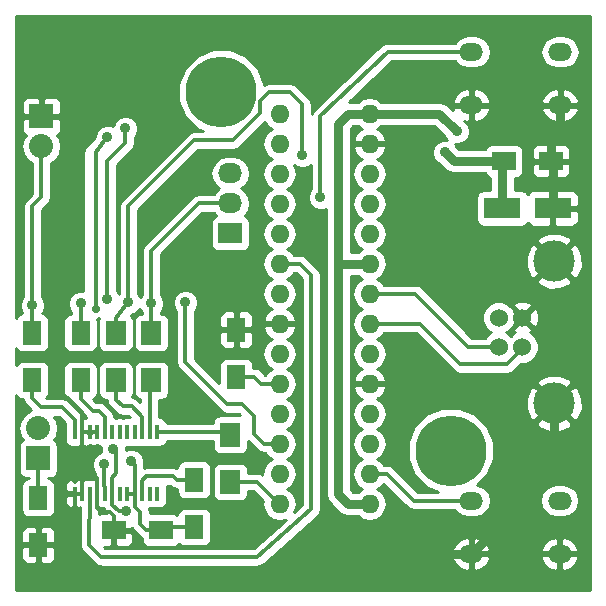
<source format=gtl>
G04 #@! TF.FileFunction,Copper,L1,Top,Signal*
%FSLAX45Y45*%
G04 Gerber Fmt 4.5, Leading zero omitted, Abs format (unit mm)*
G04 Created by KiCad (PCBNEW (2015-10-12 BZR 6264)-product) date Wed 14 Oct 2015 19:18:34 CEST*
%MOMM*%
G01*
G04 APERTURE LIST*
%ADD10C,0.100000*%
%ADD11R,1.600000X2.000000*%
%ADD12R,2.000000X1.600000*%
%ADD13R,3.149600X1.800860*%
%ADD14R,0.400000X1.200000*%
%ADD15O,1.600000X1.600000*%
%ADD16R,2.032000X2.032000*%
%ADD17O,2.032000X2.032000*%
%ADD18R,2.032000X1.727200*%
%ADD19O,2.032000X1.727200*%
%ADD20R,1.700000X2.000000*%
%ADD21O,2.000000X1.524000*%
%ADD22C,5.999480*%
%ADD23C,3.500000*%
%ADD24C,1.524000*%
%ADD25C,0.900000*%
%ADD26C,0.700000*%
%ADD27C,0.800000*%
%ADD28C,0.300000*%
%ADD29C,0.254000*%
G04 APERTURE END LIST*
D10*
D11*
X258400Y-4550000D03*
X258400Y-4150000D03*
X615240Y-2754800D03*
X615240Y-3154800D03*
X207600Y-2753000D03*
X207600Y-3153000D03*
X1579200Y-3997600D03*
X1579200Y-4397600D03*
D12*
X1296600Y-4426200D03*
X896600Y-4426200D03*
D11*
X1934800Y-3127600D03*
X1934800Y-2727600D03*
D13*
X4612598Y-1700000D03*
X4187402Y-1700000D03*
D12*
X4200000Y-1300000D03*
X4600000Y-1300000D03*
D14*
X1264490Y-3594800D03*
X1200990Y-3594800D03*
X1137490Y-3594800D03*
X1073990Y-3594800D03*
X1010490Y-3594800D03*
X946990Y-3594800D03*
X883490Y-3594800D03*
X819990Y-3594800D03*
X756490Y-3594800D03*
X692990Y-3594800D03*
X629490Y-3594800D03*
X565990Y-3594800D03*
X565990Y-4114800D03*
X629490Y-4114800D03*
X692990Y-4114800D03*
X756490Y-4114800D03*
X819990Y-4114800D03*
X883490Y-4114800D03*
X946990Y-4114800D03*
X1010490Y-4114800D03*
X1073990Y-4114800D03*
X1137490Y-4114800D03*
X1200990Y-4114800D03*
X1264490Y-4114800D03*
D15*
X2300000Y-900000D03*
X2300000Y-1154000D03*
X2300000Y-1408000D03*
X2300000Y-1662000D03*
X2300000Y-1916000D03*
X2300000Y-2170000D03*
X2300000Y-2424000D03*
X2300000Y-2678000D03*
X2300000Y-2932000D03*
X2300000Y-3186000D03*
X2300000Y-3440000D03*
X2300000Y-3694000D03*
X2300000Y-3948000D03*
X2300000Y-4202000D03*
X3062000Y-4202000D03*
X3062000Y-3948000D03*
X3062000Y-3694000D03*
X3062000Y-3440000D03*
X3062000Y-3186000D03*
X3062000Y-2932000D03*
X3062000Y-2678000D03*
X3062000Y-2424000D03*
X3062000Y-2170000D03*
X3062000Y-1916000D03*
X3062000Y-1662000D03*
X3062000Y-1408000D03*
X3062000Y-1154000D03*
X3062000Y-900000D03*
D16*
X258400Y-3816600D03*
D17*
X258400Y-3562600D03*
D16*
X283800Y-921000D03*
D17*
X283800Y-1175000D03*
D18*
X1884000Y-1911600D03*
D19*
X1884000Y-1657600D03*
X1884000Y-1403600D03*
D20*
X1884000Y-3616600D03*
X1884000Y-4016600D03*
X1215240Y-3154800D03*
X1215240Y-2754800D03*
X915240Y-3154800D03*
X915240Y-2754800D03*
D21*
X3925000Y-375000D03*
X3925000Y-825000D03*
X4675000Y-825000D03*
X4675000Y-375000D03*
X3922000Y-4175800D03*
X3922000Y-4625800D03*
X4672000Y-4625800D03*
X4672000Y-4175800D03*
D22*
X3750000Y-3750000D03*
X1807800Y-717800D03*
D23*
X4627200Y-2147800D03*
D24*
X4356200Y-2624800D03*
X4156200Y-2624800D03*
X4156200Y-2874800D03*
X4356200Y-2874800D03*
D23*
X4627200Y-3351800D03*
D25*
X410800Y-2521200D03*
X615240Y-2504800D03*
X207600Y-2521200D03*
X3801700Y-1048000D03*
X1045800Y-3842000D03*
X3700100Y-1225800D03*
X842600Y-1098800D03*
D26*
X750000Y-2550000D03*
D25*
X817200Y-3867400D03*
X995000Y-1022600D03*
X842600Y-2470400D03*
X893400Y-3740400D03*
X1000000Y-4265000D03*
X2646000Y-1606800D03*
X1215240Y-2504800D03*
X1503000Y-2495800D03*
X2493600Y-1251200D03*
X1020400Y-2495800D03*
D27*
X4627200Y-3351800D02*
X4627200Y-3791200D01*
X4271600Y-4276200D02*
X3922000Y-4625800D01*
X4271600Y-4146800D02*
X4271600Y-4276200D01*
X4627200Y-3791200D02*
X4271600Y-4146800D01*
D28*
X2300000Y-2678000D02*
X2159000Y-2678000D01*
X2109400Y-2727600D02*
X1934800Y-2727600D01*
X2159000Y-2678000D02*
X2109400Y-2727600D01*
X629490Y-3425690D02*
X629490Y-3594800D01*
X512400Y-3308600D02*
X629490Y-3425690D01*
X461600Y-3308600D02*
X512400Y-3308600D01*
X410800Y-3257800D02*
X461600Y-3308600D01*
D27*
X410800Y-2521200D02*
X410800Y-3257800D01*
D28*
X258400Y-4550000D02*
X509200Y-4550000D01*
X509200Y-4550000D02*
X512400Y-4553200D01*
X565990Y-4114800D02*
X565990Y-4245610D01*
D27*
X2802000Y-4625800D02*
X3922000Y-4625800D01*
X2620600Y-4807200D02*
X2802000Y-4625800D01*
X766400Y-4807200D02*
X2620600Y-4807200D01*
X512400Y-4553200D02*
X766400Y-4807200D01*
X512400Y-4299200D02*
X512400Y-4553200D01*
D28*
X565990Y-4245610D02*
X512400Y-4299200D01*
X756490Y-4114800D02*
X756490Y-4238490D01*
X896600Y-4302400D02*
X896600Y-4426200D01*
X868000Y-4273800D02*
X896600Y-4302400D01*
X791800Y-4273800D02*
X868000Y-4273800D01*
X756490Y-4238490D02*
X791800Y-4273800D01*
X4600000Y-1687402D02*
X4612598Y-1700000D01*
D27*
X4612598Y-1312598D02*
X4600000Y-1300000D01*
X4612598Y-1700000D02*
X4612598Y-1312598D01*
D28*
X2300000Y-2678000D02*
X2244000Y-2678000D01*
D27*
X4600000Y-1087900D02*
X4675000Y-1012900D01*
X4675000Y-1012900D02*
X4675000Y-825000D01*
X4600000Y-1300000D02*
X4600000Y-1087900D01*
D28*
X565990Y-4114800D02*
X629490Y-4114800D01*
X715600Y-3943600D02*
X756490Y-3984490D01*
X639400Y-3943600D02*
X715600Y-3943600D01*
X629490Y-3953510D02*
X639400Y-3943600D01*
X756490Y-3984490D02*
X756490Y-4114800D01*
X629490Y-4114800D02*
X629490Y-3953510D01*
X629490Y-3594800D02*
X692990Y-3594800D01*
X756490Y-3594800D02*
X692990Y-3594800D01*
X629490Y-3594800D02*
X629490Y-3953510D01*
X258400Y-4150000D02*
X258400Y-3816600D01*
X615240Y-2504800D02*
X615240Y-2754800D01*
X615240Y-3312300D02*
X717040Y-3414100D01*
X717040Y-3414100D02*
X767840Y-3414100D01*
X767840Y-3414100D02*
X819990Y-3466250D01*
X819990Y-3466250D02*
X819990Y-3594800D01*
X615240Y-3154800D02*
X615240Y-3312300D01*
X283800Y-1175000D02*
X283800Y-1606800D01*
X207600Y-1683000D02*
X207600Y-2521200D01*
X283800Y-1606800D02*
X207600Y-1683000D01*
X207600Y-2521200D02*
X207600Y-2753000D01*
X207600Y-3153000D02*
X207600Y-3308600D01*
X565990Y-3489190D02*
X565990Y-3594800D01*
X461600Y-3384800D02*
X565990Y-3489190D01*
X283800Y-3384800D02*
X461600Y-3384800D01*
X207600Y-3308600D02*
X283800Y-3384800D01*
X1579200Y-3997600D02*
X1430000Y-3997600D01*
X1137490Y-4004310D02*
X1137490Y-4114800D01*
X1172800Y-3969000D02*
X1137490Y-4004310D01*
X1401400Y-3969000D02*
X1172800Y-3969000D01*
X1430000Y-3997600D02*
X1401400Y-3969000D01*
D27*
X3062000Y-2170000D02*
X2798400Y-2170000D01*
X2798400Y-2170000D02*
X2798400Y-2165600D01*
D28*
X1579200Y-4397600D02*
X1325200Y-4397600D01*
X1325200Y-4397600D02*
X1296600Y-4426200D01*
X1073990Y-4114800D02*
X1073990Y-4225790D01*
X1172800Y-4426200D02*
X1296600Y-4426200D01*
X1122000Y-4375400D02*
X1172800Y-4426200D01*
X1122000Y-4273800D02*
X1122000Y-4375400D01*
X1073990Y-4225790D02*
X1122000Y-4273800D01*
D27*
X3801700Y-1048000D02*
X3653700Y-900000D01*
X3653700Y-900000D02*
X3062000Y-900000D01*
X2882900Y-900000D02*
X2798400Y-984500D01*
X2798400Y-984500D02*
X2798400Y-2165600D01*
X2798400Y-2165600D02*
X2798400Y-4121400D01*
X2798400Y-4121400D02*
X2879000Y-4202000D01*
X2879000Y-4202000D02*
X3062000Y-4202000D01*
X3062000Y-900000D02*
X2882900Y-900000D01*
D28*
X1073990Y-4114800D02*
X1010490Y-4114800D01*
X1045800Y-3842000D02*
X1073990Y-3870190D01*
X1073990Y-3870190D02*
X1073990Y-4114800D01*
X2300000Y-3186000D02*
X2142400Y-3186000D01*
X2084000Y-3127600D02*
X1934800Y-3127600D01*
X2142400Y-3186000D02*
X2084000Y-3127600D01*
X4200000Y-1687402D02*
X4187402Y-1700000D01*
D27*
X3774300Y-1300000D02*
X3700100Y-1225800D01*
X4200000Y-1300000D02*
X3774300Y-1300000D01*
X4187402Y-1312598D02*
X4200000Y-1300000D01*
X4187402Y-1700000D02*
X4187402Y-1312598D01*
D28*
X1264490Y-3594800D02*
X1862200Y-3594800D01*
X1862200Y-3594800D02*
X1884000Y-3616600D01*
X1200990Y-3169050D02*
X1215240Y-3154800D01*
X1200990Y-3594800D02*
X1200990Y-3169050D01*
X1137490Y-3466250D02*
X1047240Y-3376000D01*
X1047240Y-3376000D02*
X971040Y-3376000D01*
X971040Y-3376000D02*
X915240Y-3320200D01*
X915240Y-3320200D02*
X915240Y-3154800D01*
X1137490Y-3594800D02*
X1137490Y-3466250D01*
X690353Y-4553201D02*
X791800Y-4654800D01*
X791800Y-4654800D02*
X2112600Y-4654800D01*
X2112600Y-4654800D02*
X2569800Y-4248400D01*
X2569800Y-4248400D02*
X2569800Y-2267200D01*
X2569800Y-2267200D02*
X2472600Y-2170000D01*
X2472600Y-2170000D02*
X2300000Y-2170000D01*
X692990Y-4114800D02*
X690353Y-4553201D01*
X842600Y-1098800D02*
X750000Y-1225000D01*
X750000Y-1225000D02*
X750000Y-2550000D01*
X817200Y-3994400D02*
X819990Y-4114800D01*
X817200Y-3867400D02*
X817200Y-3994400D01*
X883490Y-3978910D02*
X883490Y-4114800D01*
X995000Y-1022600D02*
X995000Y-1149600D01*
X995000Y-1149600D02*
X842600Y-1302000D01*
X842600Y-1302000D02*
X842600Y-2470400D01*
X893400Y-3740400D02*
X918800Y-3765800D01*
X918800Y-3765800D02*
X918800Y-3943600D01*
X918800Y-3943600D02*
X883490Y-3978910D01*
X883490Y-4114800D02*
X883490Y-4213090D01*
X940000Y-4265000D02*
X1000000Y-4265000D01*
X883490Y-4213090D02*
X940000Y-4265000D01*
X3062000Y-3948000D02*
X3209200Y-3948000D01*
X3437000Y-4175800D02*
X3922000Y-4175800D01*
X3209200Y-3948000D02*
X3437000Y-4175800D01*
X4356200Y-2874800D02*
X4356200Y-2893800D01*
X4356200Y-2893800D02*
X4230000Y-3020000D01*
X4230000Y-3020000D02*
X3830000Y-3020000D01*
X3830000Y-3020000D02*
X3488000Y-2678000D01*
X3488000Y-2678000D02*
X3062000Y-2678000D01*
X4156200Y-2874800D02*
X3899800Y-2874800D01*
X3449000Y-2424000D02*
X3062000Y-2424000D01*
X3899800Y-2874800D02*
X3449000Y-2424000D01*
X3217400Y-375000D02*
X2646000Y-921000D01*
X2646000Y-921000D02*
X2646000Y-1581400D01*
X2646000Y-1581400D02*
X2646000Y-1606800D01*
X3925000Y-375000D02*
X3217400Y-375000D01*
X1215240Y-2754800D02*
X1215240Y-2504800D01*
X1614760Y-1657600D02*
X1215240Y-2057120D01*
X1215240Y-2057120D02*
X1215240Y-2504800D01*
X1884000Y-1657600D02*
X1614760Y-1657600D01*
X2300000Y-3694000D02*
X2167800Y-3694000D01*
X1503000Y-3003800D02*
X1503000Y-2495800D01*
X1858600Y-3359400D02*
X1503000Y-3003800D01*
X1985600Y-3359400D02*
X1858600Y-3359400D01*
X2087200Y-3461000D02*
X1985600Y-3359400D01*
X2087200Y-3613400D02*
X2087200Y-3461000D01*
X2167800Y-3694000D02*
X2087200Y-3613400D01*
X2300000Y-4202000D02*
X2294800Y-4202000D01*
X2294800Y-4202000D02*
X2109400Y-4016600D01*
X2109400Y-4016600D02*
X1884000Y-4016600D01*
X1020400Y-1683000D02*
X1020400Y-2495800D01*
X1579200Y-1124200D02*
X1020400Y-1683000D01*
X1909400Y-1124200D02*
X1579200Y-1124200D01*
X2138000Y-895600D02*
X1909400Y-1124200D01*
X2138000Y-794000D02*
X2138000Y-895600D01*
X2214200Y-717800D02*
X2138000Y-794000D01*
X2392000Y-717800D02*
X2214200Y-717800D01*
X2493600Y-819400D02*
X2392000Y-717800D01*
X2493600Y-1251200D02*
X2493600Y-819400D01*
X1020400Y-2495800D02*
X1020400Y-2495800D01*
X1020400Y-2495800D02*
X1020400Y-2495800D01*
X915240Y-2626360D02*
X915240Y-2754800D01*
X1020400Y-2495800D02*
X915240Y-2626360D01*
D29*
G36*
X4931500Y-4931500D02*
X68500Y-4931500D01*
X68500Y-4578575D01*
X114900Y-4578575D01*
X114900Y-4662631D01*
X124567Y-4685970D01*
X142430Y-4703833D01*
X165769Y-4713500D01*
X229825Y-4713500D01*
X245700Y-4697625D01*
X245700Y-4562700D01*
X271100Y-4562700D01*
X271100Y-4697625D01*
X286975Y-4713500D01*
X351031Y-4713500D01*
X374370Y-4703833D01*
X392233Y-4685970D01*
X401900Y-4662631D01*
X401900Y-4578575D01*
X386025Y-4562700D01*
X271100Y-4562700D01*
X245700Y-4562700D01*
X130775Y-4562700D01*
X114900Y-4578575D01*
X68500Y-4578575D01*
X68500Y-4437369D01*
X114900Y-4437369D01*
X114900Y-4521425D01*
X130775Y-4537300D01*
X245700Y-4537300D01*
X245700Y-4402375D01*
X271100Y-4402375D01*
X271100Y-4537300D01*
X386025Y-4537300D01*
X401900Y-4521425D01*
X401900Y-4437369D01*
X392233Y-4414030D01*
X374370Y-4396167D01*
X351031Y-4386500D01*
X286975Y-4386500D01*
X271100Y-4402375D01*
X245700Y-4402375D01*
X229825Y-4386500D01*
X165769Y-4386500D01*
X142430Y-4396167D01*
X124567Y-4414030D01*
X114900Y-4437369D01*
X68500Y-4437369D01*
X68500Y-3278422D01*
X81191Y-3298144D01*
X102411Y-3312643D01*
X127600Y-3317744D01*
X130919Y-3317744D01*
X135076Y-3338641D01*
X152092Y-3364108D01*
X197045Y-3409061D01*
X191984Y-3410067D01*
X138422Y-3445857D01*
X102633Y-3499419D01*
X90065Y-3562600D01*
X102633Y-3625781D01*
X125350Y-3659779D01*
X111656Y-3668591D01*
X97157Y-3689811D01*
X92056Y-3715000D01*
X92056Y-3918200D01*
X96484Y-3941732D01*
X110391Y-3963344D01*
X131611Y-3977843D01*
X156800Y-3982944D01*
X179900Y-3982944D01*
X179900Y-3985256D01*
X178400Y-3985256D01*
X154868Y-3989684D01*
X133256Y-4003591D01*
X118757Y-4024811D01*
X113656Y-4050000D01*
X113656Y-4250000D01*
X118084Y-4273532D01*
X131991Y-4295144D01*
X153211Y-4309643D01*
X178400Y-4314744D01*
X338400Y-4314744D01*
X361932Y-4310316D01*
X383544Y-4296409D01*
X398043Y-4275189D01*
X403144Y-4250000D01*
X403144Y-4050000D01*
X398716Y-4026468D01*
X384809Y-4004856D01*
X363589Y-3990357D01*
X338400Y-3985256D01*
X336900Y-3985256D01*
X336900Y-3982944D01*
X360000Y-3982944D01*
X383532Y-3978516D01*
X405144Y-3964609D01*
X419643Y-3943389D01*
X424744Y-3918200D01*
X424744Y-3715000D01*
X420316Y-3691468D01*
X406409Y-3669856D01*
X391516Y-3659680D01*
X414167Y-3625781D01*
X426734Y-3562600D01*
X414167Y-3499419D01*
X390033Y-3463300D01*
X429084Y-3463300D01*
X484503Y-3518718D01*
X481246Y-3534800D01*
X481246Y-3654800D01*
X485674Y-3678332D01*
X499581Y-3699944D01*
X520801Y-3714443D01*
X545990Y-3719544D01*
X585990Y-3719544D01*
X595529Y-3717749D01*
X596859Y-3718300D01*
X603615Y-3718300D01*
X606168Y-3715747D01*
X609522Y-3715116D01*
X630199Y-3701811D01*
X637020Y-3708633D01*
X651834Y-3714769D01*
X655365Y-3718300D01*
X667115Y-3718300D01*
X670646Y-3714769D01*
X685460Y-3708633D01*
X692990Y-3701103D01*
X700520Y-3708633D01*
X715334Y-3714769D01*
X718865Y-3718300D01*
X730615Y-3718300D01*
X734146Y-3714769D01*
X748960Y-3708633D01*
X755997Y-3701595D01*
X774801Y-3714443D01*
X779449Y-3715384D01*
X782365Y-3718300D01*
X785095Y-3718300D01*
X784919Y-3718723D01*
X784881Y-3761887D01*
X785400Y-3763142D01*
X755820Y-3775365D01*
X725272Y-3805859D01*
X708719Y-3845723D01*
X708681Y-3888887D01*
X725165Y-3928780D01*
X738700Y-3942339D01*
X738700Y-3994400D01*
X738880Y-3995307D01*
X738829Y-3995601D01*
X738179Y-3995157D01*
X733531Y-3994216D01*
X730615Y-3991300D01*
X723859Y-3991300D01*
X722307Y-3991943D01*
X712990Y-3990056D01*
X672990Y-3990056D01*
X663451Y-3991851D01*
X662121Y-3991300D01*
X655365Y-3991300D01*
X652812Y-3993853D01*
X649458Y-3994484D01*
X628782Y-4007789D01*
X621960Y-4000967D01*
X607146Y-3994831D01*
X603615Y-3991300D01*
X591865Y-3991300D01*
X588334Y-3994831D01*
X573520Y-4000967D01*
X555990Y-4018497D01*
X555990Y-4007175D01*
X540115Y-3991300D01*
X533359Y-3991300D01*
X510020Y-4000967D01*
X492157Y-4018830D01*
X482490Y-4042169D01*
X482490Y-4086225D01*
X498365Y-4102100D01*
X555990Y-4102100D01*
X555990Y-4096225D01*
X561865Y-4102100D01*
X580690Y-4102100D01*
X580690Y-4127500D01*
X561865Y-4127500D01*
X555990Y-4133375D01*
X555990Y-4127500D01*
X498365Y-4127500D01*
X482490Y-4143375D01*
X482490Y-4187431D01*
X492157Y-4210770D01*
X510020Y-4228633D01*
X533359Y-4238300D01*
X540115Y-4238300D01*
X555990Y-4222425D01*
X555990Y-4211103D01*
X573520Y-4228633D01*
X588334Y-4234769D01*
X591865Y-4238300D01*
X603615Y-4238300D01*
X607146Y-4234769D01*
X613783Y-4232020D01*
X611854Y-4552729D01*
X611894Y-4552936D01*
X611853Y-4553142D01*
X614789Y-4567962D01*
X617649Y-4582805D01*
X617765Y-4582981D01*
X617806Y-4583187D01*
X626189Y-4595753D01*
X634512Y-4608374D01*
X634687Y-4608492D01*
X634803Y-4608667D01*
X736251Y-4710266D01*
X736275Y-4710283D01*
X736292Y-4710308D01*
X748973Y-4718781D01*
X761705Y-4727302D01*
X761734Y-4727308D01*
X761759Y-4727325D01*
X776738Y-4730304D01*
X791741Y-4733300D01*
X791771Y-4733294D01*
X791800Y-4733300D01*
X2112600Y-4733300D01*
X2125401Y-4730754D01*
X2138330Y-4728963D01*
X2140347Y-4727781D01*
X2142641Y-4727325D01*
X2153493Y-4720073D01*
X2164753Y-4713472D01*
X2224788Y-4660107D01*
X3762778Y-4660107D01*
X3764462Y-4669323D01*
X3791298Y-4717189D01*
X3834409Y-4751142D01*
X3887231Y-4766013D01*
X3909300Y-4750128D01*
X3909300Y-4638500D01*
X3934700Y-4638500D01*
X3934700Y-4750128D01*
X3956769Y-4766013D01*
X4009591Y-4751142D01*
X4052702Y-4717189D01*
X4079538Y-4669323D01*
X4081222Y-4660107D01*
X4512778Y-4660107D01*
X4514462Y-4669323D01*
X4541298Y-4717189D01*
X4584409Y-4751142D01*
X4637231Y-4766013D01*
X4659300Y-4750128D01*
X4659300Y-4638500D01*
X4684700Y-4638500D01*
X4684700Y-4750128D01*
X4706769Y-4766013D01*
X4759591Y-4751142D01*
X4802702Y-4717189D01*
X4829538Y-4669323D01*
X4831222Y-4660107D01*
X4818972Y-4638500D01*
X4684700Y-4638500D01*
X4659300Y-4638500D01*
X4525028Y-4638500D01*
X4512778Y-4660107D01*
X4081222Y-4660107D01*
X4068972Y-4638500D01*
X3934700Y-4638500D01*
X3909300Y-4638500D01*
X3775028Y-4638500D01*
X3762778Y-4660107D01*
X2224788Y-4660107D01*
X2301978Y-4591493D01*
X3762778Y-4591493D01*
X3775028Y-4613100D01*
X3909300Y-4613100D01*
X3909300Y-4501472D01*
X3934700Y-4501472D01*
X3934700Y-4613100D01*
X4068972Y-4613100D01*
X4081222Y-4591493D01*
X4512778Y-4591493D01*
X4525028Y-4613100D01*
X4659300Y-4613100D01*
X4659300Y-4501472D01*
X4684700Y-4501472D01*
X4684700Y-4613100D01*
X4818972Y-4613100D01*
X4831222Y-4591493D01*
X4829538Y-4582277D01*
X4802702Y-4534411D01*
X4759591Y-4500458D01*
X4706769Y-4485587D01*
X4684700Y-4501472D01*
X4659300Y-4501472D01*
X4637231Y-4485587D01*
X4584409Y-4500458D01*
X4541298Y-4534411D01*
X4514462Y-4582277D01*
X4512778Y-4591493D01*
X4081222Y-4591493D01*
X4079538Y-4582277D01*
X4052702Y-4534411D01*
X4009591Y-4500458D01*
X3956769Y-4485587D01*
X3934700Y-4501472D01*
X3909300Y-4501472D01*
X3887231Y-4485587D01*
X3834409Y-4500458D01*
X3791298Y-4534411D01*
X3764462Y-4582277D01*
X3762778Y-4591493D01*
X2301978Y-4591493D01*
X2621953Y-4307072D01*
X2623364Y-4305207D01*
X2625308Y-4303908D01*
X2632559Y-4293055D01*
X2640435Y-4282648D01*
X2641025Y-4280385D01*
X2642325Y-4278441D01*
X2644871Y-4265640D01*
X2648165Y-4253010D01*
X2647844Y-4250693D01*
X2648300Y-4248400D01*
X2648300Y-2267201D01*
X2648300Y-2267200D01*
X2642325Y-2237159D01*
X2625308Y-2211692D01*
X2528108Y-2114492D01*
X2502641Y-2097476D01*
X2472600Y-2091500D01*
X2419629Y-2091500D01*
X2404281Y-2068530D01*
X2366073Y-2043000D01*
X2404281Y-2017470D01*
X2435388Y-1970915D01*
X2446311Y-1916000D01*
X2435388Y-1861085D01*
X2404281Y-1814530D01*
X2366073Y-1789000D01*
X2404281Y-1763470D01*
X2435388Y-1716915D01*
X2446311Y-1662000D01*
X2435388Y-1607085D01*
X2404281Y-1560530D01*
X2366073Y-1535000D01*
X2404281Y-1509470D01*
X2435388Y-1462915D01*
X2446311Y-1408000D01*
X2435388Y-1353085D01*
X2422006Y-1333057D01*
X2432060Y-1343128D01*
X2471923Y-1359681D01*
X2515087Y-1359719D01*
X2554980Y-1343235D01*
X2567500Y-1330737D01*
X2567500Y-1531855D01*
X2554072Y-1545259D01*
X2537519Y-1585123D01*
X2537481Y-1628287D01*
X2553965Y-1668180D01*
X2584460Y-1698728D01*
X2624323Y-1715281D01*
X2667487Y-1715319D01*
X2694900Y-1703992D01*
X2694900Y-4121399D01*
X2694900Y-4121400D01*
X2702779Y-4161008D01*
X2725214Y-4194586D01*
X2805814Y-4275185D01*
X2805814Y-4275186D01*
X2822833Y-4286557D01*
X2839392Y-4297622D01*
X2879000Y-4305500D01*
X2879000Y-4305500D01*
X2960757Y-4305500D01*
X3004274Y-4334577D01*
X3059189Y-4345500D01*
X3064811Y-4345500D01*
X3119726Y-4334577D01*
X3166281Y-4303470D01*
X3197388Y-4256915D01*
X3208311Y-4202000D01*
X3197388Y-4147085D01*
X3166281Y-4100530D01*
X3128072Y-4075000D01*
X3166281Y-4049470D01*
X3179648Y-4029464D01*
X3381492Y-4231308D01*
X3381492Y-4231308D01*
X3406959Y-4248325D01*
X3437000Y-4254300D01*
X3782661Y-4254300D01*
X3796214Y-4274583D01*
X3841536Y-4304866D01*
X3894997Y-4315500D01*
X3949003Y-4315500D01*
X4002464Y-4304866D01*
X4047786Y-4274583D01*
X4078069Y-4229261D01*
X4088703Y-4175800D01*
X4505297Y-4175800D01*
X4515931Y-4229261D01*
X4546214Y-4274583D01*
X4591536Y-4304866D01*
X4644997Y-4315500D01*
X4699003Y-4315500D01*
X4752464Y-4304866D01*
X4797786Y-4274583D01*
X4828069Y-4229261D01*
X4838703Y-4175800D01*
X4828069Y-4122339D01*
X4797786Y-4077017D01*
X4752464Y-4046734D01*
X4699003Y-4036100D01*
X4644997Y-4036100D01*
X4591536Y-4046734D01*
X4546214Y-4077017D01*
X4515931Y-4122339D01*
X4505297Y-4175800D01*
X4088703Y-4175800D01*
X4078069Y-4122339D01*
X4047786Y-4077017D01*
X4002464Y-4046734D01*
X3973081Y-4040889D01*
X4057959Y-3956160D01*
X4113411Y-3822617D01*
X4113537Y-3678018D01*
X4058318Y-3544377D01*
X4035234Y-3521253D01*
X4475708Y-3521253D01*
X4494736Y-3555727D01*
X4582859Y-3590896D01*
X4677732Y-3589664D01*
X4759664Y-3555727D01*
X4778692Y-3521253D01*
X4627200Y-3369760D01*
X4475708Y-3521253D01*
X4035234Y-3521253D01*
X3956160Y-3442041D01*
X3822617Y-3386589D01*
X3678018Y-3386463D01*
X3544377Y-3441682D01*
X3442041Y-3543840D01*
X3386589Y-3677383D01*
X3386463Y-3821982D01*
X3441682Y-3955622D01*
X3543840Y-4057959D01*
X3638584Y-4097300D01*
X3469516Y-4097300D01*
X3264708Y-3892492D01*
X3239241Y-3875475D01*
X3209200Y-3869500D01*
X3181629Y-3869500D01*
X3166281Y-3846530D01*
X3128072Y-3821000D01*
X3166281Y-3795470D01*
X3197388Y-3748915D01*
X3208311Y-3694000D01*
X3197388Y-3639085D01*
X3166281Y-3592530D01*
X3128072Y-3567000D01*
X3166281Y-3541470D01*
X3197388Y-3494915D01*
X3208311Y-3440000D01*
X3197388Y-3385085D01*
X3166281Y-3338530D01*
X3125830Y-3311501D01*
X3134371Y-3307459D01*
X4388104Y-3307459D01*
X4389336Y-3402332D01*
X4423273Y-3484264D01*
X4457747Y-3503292D01*
X4609240Y-3351800D01*
X4645161Y-3351800D01*
X4796653Y-3503292D01*
X4831127Y-3484264D01*
X4866296Y-3396141D01*
X4865064Y-3301268D01*
X4831127Y-3219336D01*
X4796653Y-3200308D01*
X4645161Y-3351800D01*
X4609240Y-3351800D01*
X4457747Y-3200308D01*
X4423273Y-3219336D01*
X4388104Y-3307459D01*
X3134371Y-3307459D01*
X3147513Y-3301239D01*
X3185104Y-3259742D01*
X3201190Y-3220904D01*
X3188991Y-3198700D01*
X3074700Y-3198700D01*
X3074700Y-3200700D01*
X3049300Y-3200700D01*
X3049300Y-3198700D01*
X2935008Y-3198700D01*
X2922810Y-3220904D01*
X2938896Y-3259742D01*
X2976487Y-3301239D01*
X2998170Y-3311501D01*
X2957719Y-3338530D01*
X2926612Y-3385085D01*
X2915689Y-3440000D01*
X2926612Y-3494915D01*
X2957719Y-3541470D01*
X2995927Y-3567000D01*
X2957719Y-3592530D01*
X2926612Y-3639085D01*
X2915689Y-3694000D01*
X2926612Y-3748915D01*
X2957719Y-3795470D01*
X2995927Y-3821000D01*
X2957719Y-3846530D01*
X2926612Y-3893085D01*
X2915689Y-3948000D01*
X2926612Y-4002915D01*
X2957719Y-4049470D01*
X2995927Y-4075000D01*
X2960757Y-4098500D01*
X2921871Y-4098500D01*
X2901900Y-4078529D01*
X2901900Y-3182347D01*
X4475708Y-3182347D01*
X4627200Y-3333839D01*
X4778692Y-3182347D01*
X4759664Y-3147873D01*
X4671541Y-3112704D01*
X4576668Y-3113936D01*
X4494736Y-3147873D01*
X4475708Y-3182347D01*
X2901900Y-3182347D01*
X2901900Y-2273500D01*
X2960757Y-2273500D01*
X2995927Y-2297000D01*
X2957719Y-2322530D01*
X2926612Y-2369085D01*
X2915689Y-2424000D01*
X2926612Y-2478915D01*
X2957719Y-2525470D01*
X2995927Y-2551000D01*
X2957719Y-2576530D01*
X2926612Y-2623085D01*
X2915689Y-2678000D01*
X2926612Y-2732915D01*
X2957719Y-2779470D01*
X2995927Y-2805000D01*
X2957719Y-2830530D01*
X2926612Y-2877085D01*
X2915689Y-2932000D01*
X2926612Y-2986915D01*
X2957719Y-3033470D01*
X2998170Y-3060499D01*
X2976487Y-3070761D01*
X2938896Y-3112258D01*
X2922810Y-3151096D01*
X2935008Y-3173300D01*
X3049300Y-3173300D01*
X3049300Y-3171300D01*
X3074700Y-3171300D01*
X3074700Y-3173300D01*
X3188991Y-3173300D01*
X3201190Y-3151096D01*
X3185104Y-3112258D01*
X3147513Y-3070761D01*
X3125830Y-3060499D01*
X3166281Y-3033470D01*
X3197388Y-2986915D01*
X3208311Y-2932000D01*
X3197388Y-2877085D01*
X3166281Y-2830530D01*
X3128072Y-2805000D01*
X3166281Y-2779470D01*
X3181629Y-2756500D01*
X3455484Y-2756500D01*
X3774492Y-3075508D01*
X3799959Y-3092524D01*
X3830000Y-3098500D01*
X4230000Y-3098500D01*
X4260041Y-3092524D01*
X4285508Y-3075508D01*
X4346524Y-3014492D01*
X4383866Y-3014524D01*
X4435230Y-2993301D01*
X4474563Y-2954037D01*
X4495876Y-2902710D01*
X4495924Y-2847134D01*
X4474701Y-2795770D01*
X4435437Y-2756437D01*
X4421050Y-2750463D01*
X4429314Y-2747040D01*
X4436261Y-2722821D01*
X4356200Y-2642761D01*
X4276139Y-2722821D01*
X4283086Y-2747040D01*
X4291937Y-2750197D01*
X4277170Y-2756299D01*
X4256198Y-2777234D01*
X4235437Y-2756437D01*
X4219477Y-2749810D01*
X4235230Y-2743301D01*
X4274563Y-2704037D01*
X4285612Y-2677427D01*
X4338240Y-2624800D01*
X4374161Y-2624800D01*
X4454221Y-2704861D01*
X4478440Y-2697914D01*
X4497114Y-2645570D01*
X4494336Y-2590063D01*
X4478440Y-2551686D01*
X4454221Y-2544739D01*
X4374161Y-2624800D01*
X4338240Y-2624800D01*
X4285609Y-2572170D01*
X4274701Y-2545770D01*
X4255743Y-2526779D01*
X4276139Y-2526779D01*
X4356200Y-2606840D01*
X4436261Y-2526779D01*
X4429314Y-2502560D01*
X4376970Y-2483886D01*
X4321463Y-2486664D01*
X4283086Y-2502560D01*
X4276139Y-2526779D01*
X4255743Y-2526779D01*
X4235437Y-2506437D01*
X4184110Y-2485124D01*
X4128534Y-2485076D01*
X4077170Y-2506299D01*
X4037837Y-2545563D01*
X4016524Y-2596890D01*
X4016476Y-2652466D01*
X4037699Y-2703830D01*
X4076963Y-2743163D01*
X4092923Y-2749790D01*
X4077170Y-2756299D01*
X4037837Y-2795563D01*
X4037531Y-2796300D01*
X3932316Y-2796300D01*
X3504508Y-2368492D01*
X3479041Y-2351476D01*
X3449000Y-2345500D01*
X3181629Y-2345500D01*
X3166281Y-2322530D01*
X3158383Y-2317253D01*
X4475708Y-2317253D01*
X4494736Y-2351727D01*
X4582859Y-2386896D01*
X4677732Y-2385664D01*
X4759664Y-2351727D01*
X4778692Y-2317253D01*
X4627200Y-2165761D01*
X4475708Y-2317253D01*
X3158383Y-2317253D01*
X3128072Y-2297000D01*
X3166281Y-2271470D01*
X3197388Y-2224915D01*
X3208311Y-2170000D01*
X3197388Y-2115085D01*
X3189620Y-2103459D01*
X4388104Y-2103459D01*
X4389336Y-2198332D01*
X4423273Y-2280264D01*
X4457747Y-2299292D01*
X4609240Y-2147800D01*
X4645161Y-2147800D01*
X4796653Y-2299292D01*
X4831127Y-2280264D01*
X4866296Y-2192141D01*
X4865064Y-2097268D01*
X4831127Y-2015336D01*
X4796653Y-1996308D01*
X4645161Y-2147800D01*
X4609240Y-2147800D01*
X4457747Y-1996308D01*
X4423273Y-2015336D01*
X4388104Y-2103459D01*
X3189620Y-2103459D01*
X3166281Y-2068530D01*
X3128072Y-2043000D01*
X3166281Y-2017470D01*
X3192422Y-1978347D01*
X4475708Y-1978347D01*
X4627200Y-2129840D01*
X4778692Y-1978347D01*
X4759664Y-1943873D01*
X4671541Y-1908704D01*
X4576668Y-1909936D01*
X4494736Y-1943873D01*
X4475708Y-1978347D01*
X3192422Y-1978347D01*
X3197388Y-1970915D01*
X3208311Y-1916000D01*
X3197388Y-1861085D01*
X3166281Y-1814530D01*
X3128072Y-1789000D01*
X3166281Y-1763470D01*
X3197388Y-1716915D01*
X3208311Y-1662000D01*
X3197388Y-1607085D01*
X3166281Y-1560530D01*
X3128072Y-1535000D01*
X3166281Y-1509470D01*
X3197388Y-1462915D01*
X3208311Y-1408000D01*
X3197388Y-1353085D01*
X3166281Y-1306530D01*
X3125830Y-1279501D01*
X3147513Y-1269239D01*
X3185104Y-1227742D01*
X3201190Y-1188904D01*
X3188991Y-1166700D01*
X3074700Y-1166700D01*
X3074700Y-1168700D01*
X3049300Y-1168700D01*
X3049300Y-1166700D01*
X2935008Y-1166700D01*
X2922810Y-1188904D01*
X2938896Y-1227742D01*
X2976487Y-1269239D01*
X2998170Y-1279501D01*
X2957719Y-1306530D01*
X2926612Y-1353085D01*
X2915689Y-1408000D01*
X2926612Y-1462915D01*
X2957719Y-1509470D01*
X2995927Y-1535000D01*
X2957719Y-1560530D01*
X2926612Y-1607085D01*
X2915689Y-1662000D01*
X2926612Y-1716915D01*
X2957719Y-1763470D01*
X2995927Y-1789000D01*
X2957719Y-1814530D01*
X2926612Y-1861085D01*
X2915689Y-1916000D01*
X2926612Y-1970915D01*
X2957719Y-2017470D01*
X2995927Y-2043000D01*
X2960757Y-2066500D01*
X2901900Y-2066500D01*
X2901900Y-1027371D01*
X2925771Y-1003500D01*
X2960757Y-1003500D01*
X2998170Y-1028499D01*
X2976487Y-1038761D01*
X2938896Y-1080258D01*
X2922810Y-1119096D01*
X2935008Y-1141300D01*
X3049300Y-1141300D01*
X3049300Y-1139300D01*
X3074700Y-1139300D01*
X3074700Y-1141300D01*
X3188991Y-1141300D01*
X3201190Y-1119096D01*
X3185104Y-1080258D01*
X3147513Y-1038761D01*
X3125830Y-1028499D01*
X3163243Y-1003500D01*
X3610829Y-1003500D01*
X3704704Y-1097376D01*
X3709665Y-1109380D01*
X3717586Y-1117315D01*
X3678613Y-1117281D01*
X3638720Y-1133765D01*
X3608172Y-1164260D01*
X3591619Y-1204123D01*
X3591581Y-1247287D01*
X3608065Y-1287180D01*
X3638559Y-1317728D01*
X3650697Y-1322768D01*
X3701114Y-1373185D01*
X3701114Y-1373186D01*
X3719969Y-1385784D01*
X3734692Y-1395622D01*
X3774300Y-1403500D01*
X4039678Y-1403500D01*
X4039684Y-1403532D01*
X4053591Y-1425144D01*
X4074811Y-1439643D01*
X4083902Y-1441484D01*
X4083902Y-1545213D01*
X4029922Y-1545213D01*
X4006390Y-1549641D01*
X3984778Y-1563548D01*
X3970279Y-1584768D01*
X3965178Y-1609957D01*
X3965178Y-1790043D01*
X3969606Y-1813575D01*
X3983513Y-1835187D01*
X4004733Y-1849686D01*
X4029922Y-1854787D01*
X4344882Y-1854787D01*
X4368414Y-1850359D01*
X4390026Y-1836452D01*
X4399728Y-1822253D01*
X4401285Y-1826013D01*
X4419148Y-1843876D01*
X4442487Y-1853543D01*
X4584023Y-1853543D01*
X4599898Y-1837668D01*
X4599898Y-1712700D01*
X4625298Y-1712700D01*
X4625298Y-1837668D01*
X4641173Y-1853543D01*
X4782709Y-1853543D01*
X4806048Y-1843876D01*
X4823911Y-1826013D01*
X4833578Y-1802674D01*
X4833578Y-1728575D01*
X4817703Y-1712700D01*
X4625298Y-1712700D01*
X4599898Y-1712700D01*
X4597898Y-1712700D01*
X4597898Y-1687300D01*
X4599898Y-1687300D01*
X4599898Y-1562332D01*
X4625298Y-1562332D01*
X4625298Y-1687300D01*
X4817703Y-1687300D01*
X4833578Y-1671425D01*
X4833578Y-1597326D01*
X4823911Y-1573987D01*
X4806048Y-1556124D01*
X4782709Y-1546457D01*
X4641173Y-1546457D01*
X4625298Y-1562332D01*
X4599898Y-1562332D01*
X4584023Y-1546457D01*
X4442487Y-1546457D01*
X4419148Y-1556124D01*
X4401285Y-1573987D01*
X4399683Y-1577855D01*
X4391291Y-1564813D01*
X4370071Y-1550314D01*
X4344882Y-1545213D01*
X4290902Y-1545213D01*
X4290902Y-1444744D01*
X4300000Y-1444744D01*
X4323532Y-1440316D01*
X4345144Y-1426409D01*
X4359643Y-1405189D01*
X4364744Y-1380000D01*
X4364744Y-1328575D01*
X4436500Y-1328575D01*
X4436500Y-1392631D01*
X4446167Y-1415970D01*
X4464030Y-1433833D01*
X4487369Y-1443500D01*
X4571425Y-1443500D01*
X4587300Y-1427625D01*
X4587300Y-1312700D01*
X4612700Y-1312700D01*
X4612700Y-1427625D01*
X4628575Y-1443500D01*
X4712631Y-1443500D01*
X4735970Y-1433833D01*
X4753833Y-1415970D01*
X4763500Y-1392631D01*
X4763500Y-1328575D01*
X4747625Y-1312700D01*
X4612700Y-1312700D01*
X4587300Y-1312700D01*
X4452375Y-1312700D01*
X4436500Y-1328575D01*
X4364744Y-1328575D01*
X4364744Y-1220000D01*
X4362367Y-1207369D01*
X4436500Y-1207369D01*
X4436500Y-1271425D01*
X4452375Y-1287300D01*
X4587300Y-1287300D01*
X4587300Y-1172375D01*
X4612700Y-1172375D01*
X4612700Y-1287300D01*
X4747625Y-1287300D01*
X4763500Y-1271425D01*
X4763500Y-1207369D01*
X4753833Y-1184030D01*
X4735970Y-1166167D01*
X4712631Y-1156500D01*
X4628575Y-1156500D01*
X4612700Y-1172375D01*
X4587300Y-1172375D01*
X4571425Y-1156500D01*
X4487369Y-1156500D01*
X4464030Y-1166167D01*
X4446167Y-1184030D01*
X4436500Y-1207369D01*
X4362367Y-1207369D01*
X4360316Y-1196468D01*
X4346409Y-1174856D01*
X4325189Y-1160357D01*
X4300000Y-1155256D01*
X4100000Y-1155256D01*
X4076468Y-1159684D01*
X4054856Y-1173591D01*
X4040357Y-1194811D01*
X4040015Y-1196500D01*
X3817171Y-1196500D01*
X3797095Y-1176424D01*
X3792135Y-1164420D01*
X3784214Y-1156485D01*
X3823187Y-1156519D01*
X3863080Y-1140035D01*
X3893628Y-1109541D01*
X3910181Y-1069677D01*
X3910219Y-1026513D01*
X3893735Y-986620D01*
X3865382Y-958218D01*
X3890231Y-965213D01*
X3912300Y-949328D01*
X3912300Y-837700D01*
X3937700Y-837700D01*
X3937700Y-949328D01*
X3959769Y-965213D01*
X4012591Y-950342D01*
X4055702Y-916389D01*
X4082538Y-868523D01*
X4084222Y-859307D01*
X4515778Y-859307D01*
X4517462Y-868523D01*
X4544298Y-916389D01*
X4587409Y-950342D01*
X4640231Y-965213D01*
X4662300Y-949328D01*
X4662300Y-837700D01*
X4687700Y-837700D01*
X4687700Y-949328D01*
X4709769Y-965213D01*
X4762591Y-950342D01*
X4805702Y-916389D01*
X4832538Y-868523D01*
X4834222Y-859307D01*
X4821972Y-837700D01*
X4687700Y-837700D01*
X4662300Y-837700D01*
X4528028Y-837700D01*
X4515778Y-859307D01*
X4084222Y-859307D01*
X4071972Y-837700D01*
X3937700Y-837700D01*
X3912300Y-837700D01*
X3778028Y-837700D01*
X3765778Y-859307D01*
X3767209Y-867138D01*
X3726886Y-826814D01*
X3693308Y-804378D01*
X3653700Y-796500D01*
X3653699Y-796500D01*
X3163243Y-796500D01*
X3154552Y-790693D01*
X3765778Y-790693D01*
X3778028Y-812300D01*
X3912300Y-812300D01*
X3912300Y-700672D01*
X3937700Y-700672D01*
X3937700Y-812300D01*
X4071972Y-812300D01*
X4084222Y-790693D01*
X4515778Y-790693D01*
X4528028Y-812300D01*
X4662300Y-812300D01*
X4662300Y-700672D01*
X4687700Y-700672D01*
X4687700Y-812300D01*
X4821972Y-812300D01*
X4834222Y-790693D01*
X4832538Y-781477D01*
X4805702Y-733611D01*
X4762591Y-699658D01*
X4709769Y-684787D01*
X4687700Y-700672D01*
X4662300Y-700672D01*
X4640231Y-684787D01*
X4587409Y-699658D01*
X4544298Y-733611D01*
X4517462Y-781477D01*
X4515778Y-790693D01*
X4084222Y-790693D01*
X4082538Y-781477D01*
X4055702Y-733611D01*
X4012591Y-699658D01*
X3959769Y-684787D01*
X3937700Y-700672D01*
X3912300Y-700672D01*
X3890231Y-684787D01*
X3837409Y-699658D01*
X3794298Y-733611D01*
X3767462Y-781477D01*
X3765778Y-790693D01*
X3154552Y-790693D01*
X3119726Y-767423D01*
X3064811Y-756500D01*
X3059189Y-756500D01*
X3004274Y-767423D01*
X2960757Y-796500D01*
X2889919Y-796500D01*
X3248875Y-453500D01*
X3785661Y-453500D01*
X3799214Y-473783D01*
X3844536Y-504066D01*
X3897997Y-514700D01*
X3952003Y-514700D01*
X4005464Y-504066D01*
X4050786Y-473783D01*
X4081069Y-428461D01*
X4091703Y-375000D01*
X4508297Y-375000D01*
X4518931Y-428461D01*
X4549214Y-473783D01*
X4594536Y-504066D01*
X4647997Y-514700D01*
X4702003Y-514700D01*
X4755464Y-504066D01*
X4800786Y-473783D01*
X4831069Y-428461D01*
X4841703Y-375000D01*
X4831069Y-321539D01*
X4800786Y-276217D01*
X4755464Y-245934D01*
X4702003Y-235300D01*
X4647997Y-235300D01*
X4594536Y-245934D01*
X4549214Y-276217D01*
X4518931Y-321539D01*
X4508297Y-375000D01*
X4091703Y-375000D01*
X4081069Y-321539D01*
X4050786Y-276217D01*
X4005464Y-245934D01*
X3952003Y-235300D01*
X3897997Y-235300D01*
X3844536Y-245934D01*
X3799214Y-276217D01*
X3785661Y-296500D01*
X3217400Y-296500D01*
X3203236Y-299317D01*
X3189015Y-301812D01*
X3188249Y-302299D01*
X3187359Y-302476D01*
X3175353Y-310498D01*
X3163168Y-318245D01*
X2591768Y-864245D01*
X2591247Y-864988D01*
X2590492Y-865492D01*
X2582470Y-877498D01*
X2574177Y-889319D01*
X2573980Y-890205D01*
X2573476Y-890959D01*
X2572100Y-897874D01*
X2572100Y-819400D01*
X2567545Y-796500D01*
X2566125Y-789359D01*
X2549108Y-763892D01*
X2447508Y-662292D01*
X2422041Y-645276D01*
X2392000Y-639300D01*
X2214200Y-639300D01*
X2184159Y-645276D01*
X2171330Y-653848D01*
X2171337Y-645818D01*
X2116118Y-512177D01*
X2013960Y-409841D01*
X1880417Y-354389D01*
X1735818Y-354263D01*
X1602177Y-409482D01*
X1499841Y-511640D01*
X1444389Y-645183D01*
X1444263Y-789782D01*
X1499482Y-923422D01*
X1601640Y-1025759D01*
X1649664Y-1045700D01*
X1579200Y-1045700D01*
X1549159Y-1051676D01*
X1523692Y-1068692D01*
X964892Y-1627492D01*
X947875Y-1652959D01*
X944848Y-1668180D01*
X941900Y-1683000D01*
X941900Y-2420855D01*
X940219Y-2422533D01*
X934635Y-2409020D01*
X921100Y-2395461D01*
X921100Y-1334516D01*
X1050508Y-1205108D01*
X1050508Y-1205108D01*
X1067525Y-1179641D01*
X1073500Y-1149600D01*
X1073500Y-1097545D01*
X1086928Y-1084141D01*
X1103481Y-1044277D01*
X1103519Y-1001113D01*
X1087035Y-961220D01*
X1056541Y-930672D01*
X1016677Y-914119D01*
X973513Y-914081D01*
X933620Y-930565D01*
X903072Y-961059D01*
X887004Y-999756D01*
X864277Y-990319D01*
X821113Y-990281D01*
X781220Y-1006765D01*
X750672Y-1037259D01*
X734119Y-1077123D01*
X734102Y-1096282D01*
X660092Y-1170292D01*
X643076Y-1195759D01*
X640784Y-1207281D01*
X637100Y-1225800D01*
X637100Y-2396395D01*
X636917Y-2396319D01*
X593753Y-2396281D01*
X553860Y-2412765D01*
X523312Y-2443260D01*
X506759Y-2483123D01*
X506721Y-2526287D01*
X523205Y-2566180D01*
X536740Y-2579739D01*
X536740Y-2590056D01*
X535240Y-2590056D01*
X511708Y-2594484D01*
X490096Y-2608391D01*
X475597Y-2629611D01*
X470496Y-2654800D01*
X470496Y-2854800D01*
X474924Y-2878332D01*
X488831Y-2899944D01*
X510051Y-2914443D01*
X535240Y-2919544D01*
X695240Y-2919544D01*
X718772Y-2915116D01*
X740384Y-2901209D01*
X754883Y-2879989D01*
X759984Y-2854800D01*
X759984Y-2654800D01*
X756499Y-2636278D01*
X770411Y-2630530D01*
X765496Y-2654800D01*
X765496Y-2854800D01*
X769924Y-2878332D01*
X783831Y-2899944D01*
X805051Y-2914443D01*
X830240Y-2919544D01*
X1000240Y-2919544D01*
X1023772Y-2915116D01*
X1045384Y-2901209D01*
X1059883Y-2879989D01*
X1064984Y-2854800D01*
X1064984Y-2654800D01*
X1060556Y-2631268D01*
X1046649Y-2609656D01*
X1038834Y-2604316D01*
X1041887Y-2604319D01*
X1081780Y-2587835D01*
X1112328Y-2557341D01*
X1115949Y-2548620D01*
X1123205Y-2566180D01*
X1136740Y-2579739D01*
X1136740Y-2590056D01*
X1130240Y-2590056D01*
X1106708Y-2594484D01*
X1085096Y-2608391D01*
X1070597Y-2629611D01*
X1065496Y-2654800D01*
X1065496Y-2854800D01*
X1069924Y-2878332D01*
X1083831Y-2899944D01*
X1105051Y-2914443D01*
X1130240Y-2919544D01*
X1300240Y-2919544D01*
X1323772Y-2915116D01*
X1345384Y-2901209D01*
X1359883Y-2879989D01*
X1364984Y-2854800D01*
X1364984Y-2654800D01*
X1360556Y-2631268D01*
X1346649Y-2609656D01*
X1325429Y-2595157D01*
X1300240Y-2590056D01*
X1293740Y-2590056D01*
X1293740Y-2579745D01*
X1307168Y-2566341D01*
X1323721Y-2526477D01*
X1323759Y-2483313D01*
X1307275Y-2443420D01*
X1293740Y-2429861D01*
X1293740Y-2089636D01*
X1647276Y-1736100D01*
X1741206Y-1736100D01*
X1759558Y-1763567D01*
X1760991Y-1764524D01*
X1758868Y-1764924D01*
X1737256Y-1778831D01*
X1722757Y-1800051D01*
X1717656Y-1825240D01*
X1717656Y-1997960D01*
X1722084Y-2021492D01*
X1735991Y-2043104D01*
X1757211Y-2057603D01*
X1782400Y-2062704D01*
X1985600Y-2062704D01*
X2009132Y-2058276D01*
X2030744Y-2044369D01*
X2045243Y-2023149D01*
X2050344Y-1997960D01*
X2050344Y-1825240D01*
X2045916Y-1801708D01*
X2032009Y-1780096D01*
X2010789Y-1765597D01*
X2006656Y-1764760D01*
X2008441Y-1763567D01*
X2040927Y-1714949D01*
X2052334Y-1657600D01*
X2040927Y-1600251D01*
X2008441Y-1551633D01*
X1976963Y-1530600D01*
X2008441Y-1509567D01*
X2040927Y-1460949D01*
X2052334Y-1403600D01*
X2040927Y-1346251D01*
X2008441Y-1297633D01*
X1959823Y-1265147D01*
X1902474Y-1253740D01*
X1865525Y-1253740D01*
X1808177Y-1265147D01*
X1759558Y-1297633D01*
X1727073Y-1346251D01*
X1715665Y-1403600D01*
X1727073Y-1460949D01*
X1759558Y-1509567D01*
X1791037Y-1530600D01*
X1759558Y-1551633D01*
X1741206Y-1579100D01*
X1614760Y-1579100D01*
X1584719Y-1585075D01*
X1559252Y-1602092D01*
X1159732Y-2001612D01*
X1142716Y-2027079D01*
X1138467Y-2048437D01*
X1136740Y-2057120D01*
X1136740Y-2429855D01*
X1123312Y-2443260D01*
X1119691Y-2451980D01*
X1112435Y-2434420D01*
X1098900Y-2420861D01*
X1098900Y-1715516D01*
X1611716Y-1202700D01*
X1909400Y-1202700D01*
X1939441Y-1196725D01*
X1964908Y-1179708D01*
X2174661Y-969955D01*
X2195719Y-1001470D01*
X2233928Y-1027000D01*
X2195719Y-1052530D01*
X2164612Y-1099085D01*
X2153689Y-1154000D01*
X2164612Y-1208915D01*
X2195719Y-1255470D01*
X2233928Y-1281000D01*
X2195719Y-1306530D01*
X2164612Y-1353085D01*
X2153689Y-1408000D01*
X2164612Y-1462915D01*
X2195719Y-1509470D01*
X2233928Y-1535000D01*
X2195719Y-1560530D01*
X2164612Y-1607085D01*
X2153689Y-1662000D01*
X2164612Y-1716915D01*
X2195719Y-1763470D01*
X2233928Y-1789000D01*
X2195719Y-1814530D01*
X2164612Y-1861085D01*
X2153689Y-1916000D01*
X2164612Y-1970915D01*
X2195719Y-2017470D01*
X2233928Y-2043000D01*
X2195719Y-2068530D01*
X2164612Y-2115085D01*
X2153689Y-2170000D01*
X2164612Y-2224915D01*
X2195719Y-2271470D01*
X2233928Y-2297000D01*
X2195719Y-2322530D01*
X2164612Y-2369085D01*
X2153689Y-2424000D01*
X2164612Y-2478915D01*
X2195719Y-2525470D01*
X2236170Y-2552499D01*
X2214487Y-2562761D01*
X2176896Y-2604258D01*
X2160810Y-2643096D01*
X2173009Y-2665300D01*
X2287300Y-2665300D01*
X2287300Y-2663300D01*
X2312700Y-2663300D01*
X2312700Y-2665300D01*
X2426992Y-2665300D01*
X2439190Y-2643096D01*
X2423104Y-2604258D01*
X2385513Y-2562761D01*
X2363830Y-2552499D01*
X2404281Y-2525470D01*
X2435388Y-2478915D01*
X2446311Y-2424000D01*
X2435388Y-2369085D01*
X2404281Y-2322530D01*
X2366073Y-2297000D01*
X2404281Y-2271470D01*
X2419629Y-2248500D01*
X2440084Y-2248500D01*
X2491300Y-2299716D01*
X2491300Y-4213148D01*
X2425626Y-4271526D01*
X2435388Y-4256915D01*
X2446311Y-4202000D01*
X2435388Y-4147085D01*
X2404281Y-4100530D01*
X2366073Y-4075000D01*
X2404281Y-4049470D01*
X2435388Y-4002915D01*
X2446311Y-3948000D01*
X2435388Y-3893085D01*
X2404281Y-3846530D01*
X2366073Y-3821000D01*
X2404281Y-3795470D01*
X2435388Y-3748915D01*
X2446311Y-3694000D01*
X2435388Y-3639085D01*
X2404281Y-3592530D01*
X2366073Y-3567000D01*
X2404281Y-3541470D01*
X2435388Y-3494915D01*
X2446311Y-3440000D01*
X2435388Y-3385085D01*
X2404281Y-3338530D01*
X2366073Y-3313000D01*
X2404281Y-3287470D01*
X2435388Y-3240915D01*
X2446311Y-3186000D01*
X2435388Y-3131085D01*
X2404281Y-3084530D01*
X2366073Y-3059000D01*
X2404281Y-3033470D01*
X2435388Y-2986915D01*
X2446311Y-2932000D01*
X2435388Y-2877085D01*
X2404281Y-2830530D01*
X2363830Y-2803501D01*
X2385513Y-2793239D01*
X2423104Y-2751742D01*
X2439190Y-2712904D01*
X2426992Y-2690700D01*
X2312700Y-2690700D01*
X2312700Y-2692700D01*
X2287300Y-2692700D01*
X2287300Y-2690700D01*
X2173009Y-2690700D01*
X2160810Y-2712904D01*
X2176896Y-2751742D01*
X2214487Y-2793239D01*
X2236170Y-2803501D01*
X2195719Y-2830530D01*
X2164612Y-2877085D01*
X2153689Y-2932000D01*
X2164612Y-2986915D01*
X2195719Y-3033470D01*
X2233928Y-3059000D01*
X2195719Y-3084530D01*
X2180371Y-3107500D01*
X2174916Y-3107500D01*
X2139508Y-3072092D01*
X2114041Y-3055075D01*
X2084000Y-3049100D01*
X2079544Y-3049100D01*
X2079544Y-3027600D01*
X2075116Y-3004068D01*
X2061209Y-2982456D01*
X2039989Y-2967957D01*
X2014800Y-2962856D01*
X1854800Y-2962856D01*
X1831268Y-2967284D01*
X1809656Y-2981191D01*
X1795157Y-3002411D01*
X1790056Y-3027600D01*
X1790056Y-3179840D01*
X1581500Y-2971284D01*
X1581500Y-2756175D01*
X1791300Y-2756175D01*
X1791300Y-2840231D01*
X1800967Y-2863570D01*
X1818830Y-2881433D01*
X1842169Y-2891100D01*
X1906225Y-2891100D01*
X1922100Y-2875225D01*
X1922100Y-2740300D01*
X1947500Y-2740300D01*
X1947500Y-2875225D01*
X1963375Y-2891100D01*
X2027431Y-2891100D01*
X2050770Y-2881433D01*
X2068633Y-2863570D01*
X2078300Y-2840231D01*
X2078300Y-2756175D01*
X2062425Y-2740300D01*
X1947500Y-2740300D01*
X1922100Y-2740300D01*
X1807175Y-2740300D01*
X1791300Y-2756175D01*
X1581500Y-2756175D01*
X1581500Y-2614969D01*
X1791300Y-2614969D01*
X1791300Y-2699025D01*
X1807175Y-2714900D01*
X1922100Y-2714900D01*
X1922100Y-2579975D01*
X1947500Y-2579975D01*
X1947500Y-2714900D01*
X2062425Y-2714900D01*
X2078300Y-2699025D01*
X2078300Y-2614969D01*
X2068633Y-2591630D01*
X2050770Y-2573767D01*
X2027431Y-2564100D01*
X1963375Y-2564100D01*
X1947500Y-2579975D01*
X1922100Y-2579975D01*
X1906225Y-2564100D01*
X1842169Y-2564100D01*
X1818830Y-2573767D01*
X1800967Y-2591630D01*
X1791300Y-2614969D01*
X1581500Y-2614969D01*
X1581500Y-2570745D01*
X1594928Y-2557341D01*
X1611481Y-2517477D01*
X1611519Y-2474313D01*
X1595035Y-2434420D01*
X1564540Y-2403872D01*
X1524677Y-2387319D01*
X1481513Y-2387281D01*
X1441620Y-2403765D01*
X1411072Y-2434260D01*
X1394519Y-2474123D01*
X1394481Y-2517287D01*
X1410965Y-2557180D01*
X1424500Y-2570739D01*
X1424500Y-3003800D01*
X1430475Y-3033841D01*
X1447492Y-3059308D01*
X1803092Y-3414908D01*
X1828559Y-3431924D01*
X1858600Y-3437900D01*
X1953084Y-3437900D01*
X1967040Y-3451856D01*
X1799000Y-3451856D01*
X1775468Y-3456284D01*
X1753856Y-3470191D01*
X1739357Y-3491411D01*
X1734317Y-3516300D01*
X1345753Y-3516300D01*
X1344806Y-3511268D01*
X1330899Y-3489656D01*
X1309679Y-3475157D01*
X1284490Y-3470056D01*
X1279490Y-3470056D01*
X1279490Y-3319544D01*
X1300240Y-3319544D01*
X1323772Y-3315116D01*
X1345384Y-3301209D01*
X1359883Y-3279989D01*
X1364984Y-3254800D01*
X1364984Y-3054800D01*
X1360556Y-3031268D01*
X1346649Y-3009656D01*
X1325429Y-2995157D01*
X1300240Y-2990056D01*
X1130240Y-2990056D01*
X1106708Y-2994484D01*
X1085096Y-3008391D01*
X1070597Y-3029611D01*
X1065496Y-3054800D01*
X1065496Y-3254800D01*
X1069924Y-3278332D01*
X1083831Y-3299944D01*
X1105051Y-3314443D01*
X1122490Y-3317975D01*
X1122490Y-3340234D01*
X1102748Y-3320492D01*
X1077281Y-3303475D01*
X1047837Y-3297619D01*
X1059883Y-3279989D01*
X1064984Y-3254800D01*
X1064984Y-3054800D01*
X1060556Y-3031268D01*
X1046649Y-3009656D01*
X1025429Y-2995157D01*
X1000240Y-2990056D01*
X830240Y-2990056D01*
X806708Y-2994484D01*
X785096Y-3008391D01*
X770597Y-3029611D01*
X765496Y-3054800D01*
X765496Y-3254800D01*
X769924Y-3278332D01*
X783831Y-3299944D01*
X805051Y-3314443D01*
X830240Y-3319544D01*
X836740Y-3319544D01*
X836740Y-3320200D01*
X842715Y-3350241D01*
X859732Y-3375708D01*
X915532Y-3431508D01*
X940999Y-3448524D01*
X971040Y-3454500D01*
X1014724Y-3454500D01*
X1030280Y-3470056D01*
X990490Y-3470056D01*
X978309Y-3472348D01*
X966990Y-3470056D01*
X926990Y-3470056D01*
X914809Y-3472348D01*
X903490Y-3470056D01*
X898490Y-3470056D01*
X898490Y-3466250D01*
X895627Y-3451856D01*
X892514Y-3436209D01*
X875498Y-3410742D01*
X823348Y-3358592D01*
X797881Y-3341575D01*
X767840Y-3335600D01*
X749556Y-3335600D01*
X725039Y-3311083D01*
X740384Y-3301209D01*
X754883Y-3279989D01*
X759984Y-3254800D01*
X759984Y-3054800D01*
X755556Y-3031268D01*
X741649Y-3009656D01*
X720429Y-2995157D01*
X695240Y-2990056D01*
X535240Y-2990056D01*
X511708Y-2994484D01*
X490096Y-3008391D01*
X475597Y-3029611D01*
X470496Y-3054800D01*
X470496Y-3254800D01*
X474924Y-3278332D01*
X488831Y-3299944D01*
X510051Y-3314443D01*
X535240Y-3319544D01*
X538181Y-3319544D01*
X542716Y-3342341D01*
X559732Y-3367808D01*
X661532Y-3469608D01*
X664065Y-3471300D01*
X655365Y-3471300D01*
X651834Y-3474831D01*
X642410Y-3478735D01*
X642190Y-3477628D01*
X642190Y-3471300D01*
X640931Y-3471300D01*
X638515Y-3459149D01*
X631415Y-3448524D01*
X621498Y-3433682D01*
X621498Y-3433682D01*
X517108Y-3329292D01*
X491641Y-3312275D01*
X461600Y-3306300D01*
X322035Y-3306300D01*
X332744Y-3299409D01*
X347243Y-3278189D01*
X352344Y-3253000D01*
X352344Y-3053000D01*
X347916Y-3029468D01*
X334009Y-3007856D01*
X312789Y-2993357D01*
X287600Y-2988256D01*
X127600Y-2988256D01*
X104068Y-2992684D01*
X82456Y-3006591D01*
X68500Y-3027016D01*
X68500Y-2878422D01*
X81191Y-2898144D01*
X102411Y-2912643D01*
X127600Y-2917744D01*
X287600Y-2917744D01*
X311132Y-2913316D01*
X332744Y-2899409D01*
X347243Y-2878189D01*
X352344Y-2853000D01*
X352344Y-2653000D01*
X347916Y-2629468D01*
X334009Y-2607856D01*
X312789Y-2593357D01*
X292923Y-2589334D01*
X299528Y-2582741D01*
X316081Y-2542877D01*
X316119Y-2499713D01*
X299635Y-2459820D01*
X286100Y-2446261D01*
X286100Y-1715516D01*
X339308Y-1662308D01*
X356324Y-1636841D01*
X362300Y-1606800D01*
X362300Y-1319458D01*
X403778Y-1291743D01*
X439567Y-1238181D01*
X452134Y-1175000D01*
X439567Y-1111819D01*
X417103Y-1078200D01*
X421370Y-1076433D01*
X439233Y-1058570D01*
X448900Y-1035231D01*
X448900Y-949575D01*
X433025Y-933700D01*
X296500Y-933700D01*
X296500Y-935700D01*
X271100Y-935700D01*
X271100Y-933700D01*
X134575Y-933700D01*
X118700Y-949575D01*
X118700Y-1035231D01*
X128367Y-1058570D01*
X146230Y-1076433D01*
X150497Y-1078200D01*
X128033Y-1111819D01*
X115465Y-1175000D01*
X128033Y-1238181D01*
X163822Y-1291743D01*
X205300Y-1319458D01*
X205300Y-1574284D01*
X152092Y-1627492D01*
X135076Y-1652959D01*
X132048Y-1668180D01*
X129100Y-1683000D01*
X129100Y-2446255D01*
X115672Y-2459660D01*
X99119Y-2499523D01*
X99081Y-2542687D01*
X115565Y-2582580D01*
X122238Y-2589265D01*
X104068Y-2592684D01*
X82456Y-2606591D01*
X68500Y-2627016D01*
X68500Y-806769D01*
X118700Y-806769D01*
X118700Y-892425D01*
X134575Y-908300D01*
X271100Y-908300D01*
X271100Y-771775D01*
X296500Y-771775D01*
X296500Y-908300D01*
X433025Y-908300D01*
X448900Y-892425D01*
X448900Y-806769D01*
X439233Y-783430D01*
X421370Y-765567D01*
X398031Y-755900D01*
X312375Y-755900D01*
X296500Y-771775D01*
X271100Y-771775D01*
X255225Y-755900D01*
X169569Y-755900D01*
X146230Y-765567D01*
X128367Y-783430D01*
X118700Y-806769D01*
X68500Y-806769D01*
X68500Y-68500D01*
X4931500Y-68500D01*
X4931500Y-4931500D01*
X4931500Y-4931500D01*
G37*
X4931500Y-4931500D02*
X68500Y-4931500D01*
X68500Y-4578575D01*
X114900Y-4578575D01*
X114900Y-4662631D01*
X124567Y-4685970D01*
X142430Y-4703833D01*
X165769Y-4713500D01*
X229825Y-4713500D01*
X245700Y-4697625D01*
X245700Y-4562700D01*
X271100Y-4562700D01*
X271100Y-4697625D01*
X286975Y-4713500D01*
X351031Y-4713500D01*
X374370Y-4703833D01*
X392233Y-4685970D01*
X401900Y-4662631D01*
X401900Y-4578575D01*
X386025Y-4562700D01*
X271100Y-4562700D01*
X245700Y-4562700D01*
X130775Y-4562700D01*
X114900Y-4578575D01*
X68500Y-4578575D01*
X68500Y-4437369D01*
X114900Y-4437369D01*
X114900Y-4521425D01*
X130775Y-4537300D01*
X245700Y-4537300D01*
X245700Y-4402375D01*
X271100Y-4402375D01*
X271100Y-4537300D01*
X386025Y-4537300D01*
X401900Y-4521425D01*
X401900Y-4437369D01*
X392233Y-4414030D01*
X374370Y-4396167D01*
X351031Y-4386500D01*
X286975Y-4386500D01*
X271100Y-4402375D01*
X245700Y-4402375D01*
X229825Y-4386500D01*
X165769Y-4386500D01*
X142430Y-4396167D01*
X124567Y-4414030D01*
X114900Y-4437369D01*
X68500Y-4437369D01*
X68500Y-3278422D01*
X81191Y-3298144D01*
X102411Y-3312643D01*
X127600Y-3317744D01*
X130919Y-3317744D01*
X135076Y-3338641D01*
X152092Y-3364108D01*
X197045Y-3409061D01*
X191984Y-3410067D01*
X138422Y-3445857D01*
X102633Y-3499419D01*
X90065Y-3562600D01*
X102633Y-3625781D01*
X125350Y-3659779D01*
X111656Y-3668591D01*
X97157Y-3689811D01*
X92056Y-3715000D01*
X92056Y-3918200D01*
X96484Y-3941732D01*
X110391Y-3963344D01*
X131611Y-3977843D01*
X156800Y-3982944D01*
X179900Y-3982944D01*
X179900Y-3985256D01*
X178400Y-3985256D01*
X154868Y-3989684D01*
X133256Y-4003591D01*
X118757Y-4024811D01*
X113656Y-4050000D01*
X113656Y-4250000D01*
X118084Y-4273532D01*
X131991Y-4295144D01*
X153211Y-4309643D01*
X178400Y-4314744D01*
X338400Y-4314744D01*
X361932Y-4310316D01*
X383544Y-4296409D01*
X398043Y-4275189D01*
X403144Y-4250000D01*
X403144Y-4050000D01*
X398716Y-4026468D01*
X384809Y-4004856D01*
X363589Y-3990357D01*
X338400Y-3985256D01*
X336900Y-3985256D01*
X336900Y-3982944D01*
X360000Y-3982944D01*
X383532Y-3978516D01*
X405144Y-3964609D01*
X419643Y-3943389D01*
X424744Y-3918200D01*
X424744Y-3715000D01*
X420316Y-3691468D01*
X406409Y-3669856D01*
X391516Y-3659680D01*
X414167Y-3625781D01*
X426734Y-3562600D01*
X414167Y-3499419D01*
X390033Y-3463300D01*
X429084Y-3463300D01*
X484503Y-3518718D01*
X481246Y-3534800D01*
X481246Y-3654800D01*
X485674Y-3678332D01*
X499581Y-3699944D01*
X520801Y-3714443D01*
X545990Y-3719544D01*
X585990Y-3719544D01*
X595529Y-3717749D01*
X596859Y-3718300D01*
X603615Y-3718300D01*
X606168Y-3715747D01*
X609522Y-3715116D01*
X630199Y-3701811D01*
X637020Y-3708633D01*
X651834Y-3714769D01*
X655365Y-3718300D01*
X667115Y-3718300D01*
X670646Y-3714769D01*
X685460Y-3708633D01*
X692990Y-3701103D01*
X700520Y-3708633D01*
X715334Y-3714769D01*
X718865Y-3718300D01*
X730615Y-3718300D01*
X734146Y-3714769D01*
X748960Y-3708633D01*
X755997Y-3701595D01*
X774801Y-3714443D01*
X779449Y-3715384D01*
X782365Y-3718300D01*
X785095Y-3718300D01*
X784919Y-3718723D01*
X784881Y-3761887D01*
X785400Y-3763142D01*
X755820Y-3775365D01*
X725272Y-3805859D01*
X708719Y-3845723D01*
X708681Y-3888887D01*
X725165Y-3928780D01*
X738700Y-3942339D01*
X738700Y-3994400D01*
X738880Y-3995307D01*
X738829Y-3995601D01*
X738179Y-3995157D01*
X733531Y-3994216D01*
X730615Y-3991300D01*
X723859Y-3991300D01*
X722307Y-3991943D01*
X712990Y-3990056D01*
X672990Y-3990056D01*
X663451Y-3991851D01*
X662121Y-3991300D01*
X655365Y-3991300D01*
X652812Y-3993853D01*
X649458Y-3994484D01*
X628782Y-4007789D01*
X621960Y-4000967D01*
X607146Y-3994831D01*
X603615Y-3991300D01*
X591865Y-3991300D01*
X588334Y-3994831D01*
X573520Y-4000967D01*
X555990Y-4018497D01*
X555990Y-4007175D01*
X540115Y-3991300D01*
X533359Y-3991300D01*
X510020Y-4000967D01*
X492157Y-4018830D01*
X482490Y-4042169D01*
X482490Y-4086225D01*
X498365Y-4102100D01*
X555990Y-4102100D01*
X555990Y-4096225D01*
X561865Y-4102100D01*
X580690Y-4102100D01*
X580690Y-4127500D01*
X561865Y-4127500D01*
X555990Y-4133375D01*
X555990Y-4127500D01*
X498365Y-4127500D01*
X482490Y-4143375D01*
X482490Y-4187431D01*
X492157Y-4210770D01*
X510020Y-4228633D01*
X533359Y-4238300D01*
X540115Y-4238300D01*
X555990Y-4222425D01*
X555990Y-4211103D01*
X573520Y-4228633D01*
X588334Y-4234769D01*
X591865Y-4238300D01*
X603615Y-4238300D01*
X607146Y-4234769D01*
X613783Y-4232020D01*
X611854Y-4552729D01*
X611894Y-4552936D01*
X611853Y-4553142D01*
X614789Y-4567962D01*
X617649Y-4582805D01*
X617765Y-4582981D01*
X617806Y-4583187D01*
X626189Y-4595753D01*
X634512Y-4608374D01*
X634687Y-4608492D01*
X634803Y-4608667D01*
X736251Y-4710266D01*
X736275Y-4710283D01*
X736292Y-4710308D01*
X748973Y-4718781D01*
X761705Y-4727302D01*
X761734Y-4727308D01*
X761759Y-4727325D01*
X776738Y-4730304D01*
X791741Y-4733300D01*
X791771Y-4733294D01*
X791800Y-4733300D01*
X2112600Y-4733300D01*
X2125401Y-4730754D01*
X2138330Y-4728963D01*
X2140347Y-4727781D01*
X2142641Y-4727325D01*
X2153493Y-4720073D01*
X2164753Y-4713472D01*
X2224788Y-4660107D01*
X3762778Y-4660107D01*
X3764462Y-4669323D01*
X3791298Y-4717189D01*
X3834409Y-4751142D01*
X3887231Y-4766013D01*
X3909300Y-4750128D01*
X3909300Y-4638500D01*
X3934700Y-4638500D01*
X3934700Y-4750128D01*
X3956769Y-4766013D01*
X4009591Y-4751142D01*
X4052702Y-4717189D01*
X4079538Y-4669323D01*
X4081222Y-4660107D01*
X4512778Y-4660107D01*
X4514462Y-4669323D01*
X4541298Y-4717189D01*
X4584409Y-4751142D01*
X4637231Y-4766013D01*
X4659300Y-4750128D01*
X4659300Y-4638500D01*
X4684700Y-4638500D01*
X4684700Y-4750128D01*
X4706769Y-4766013D01*
X4759591Y-4751142D01*
X4802702Y-4717189D01*
X4829538Y-4669323D01*
X4831222Y-4660107D01*
X4818972Y-4638500D01*
X4684700Y-4638500D01*
X4659300Y-4638500D01*
X4525028Y-4638500D01*
X4512778Y-4660107D01*
X4081222Y-4660107D01*
X4068972Y-4638500D01*
X3934700Y-4638500D01*
X3909300Y-4638500D01*
X3775028Y-4638500D01*
X3762778Y-4660107D01*
X2224788Y-4660107D01*
X2301978Y-4591493D01*
X3762778Y-4591493D01*
X3775028Y-4613100D01*
X3909300Y-4613100D01*
X3909300Y-4501472D01*
X3934700Y-4501472D01*
X3934700Y-4613100D01*
X4068972Y-4613100D01*
X4081222Y-4591493D01*
X4512778Y-4591493D01*
X4525028Y-4613100D01*
X4659300Y-4613100D01*
X4659300Y-4501472D01*
X4684700Y-4501472D01*
X4684700Y-4613100D01*
X4818972Y-4613100D01*
X4831222Y-4591493D01*
X4829538Y-4582277D01*
X4802702Y-4534411D01*
X4759591Y-4500458D01*
X4706769Y-4485587D01*
X4684700Y-4501472D01*
X4659300Y-4501472D01*
X4637231Y-4485587D01*
X4584409Y-4500458D01*
X4541298Y-4534411D01*
X4514462Y-4582277D01*
X4512778Y-4591493D01*
X4081222Y-4591493D01*
X4079538Y-4582277D01*
X4052702Y-4534411D01*
X4009591Y-4500458D01*
X3956769Y-4485587D01*
X3934700Y-4501472D01*
X3909300Y-4501472D01*
X3887231Y-4485587D01*
X3834409Y-4500458D01*
X3791298Y-4534411D01*
X3764462Y-4582277D01*
X3762778Y-4591493D01*
X2301978Y-4591493D01*
X2621953Y-4307072D01*
X2623364Y-4305207D01*
X2625308Y-4303908D01*
X2632559Y-4293055D01*
X2640435Y-4282648D01*
X2641025Y-4280385D01*
X2642325Y-4278441D01*
X2644871Y-4265640D01*
X2648165Y-4253010D01*
X2647844Y-4250693D01*
X2648300Y-4248400D01*
X2648300Y-2267201D01*
X2648300Y-2267200D01*
X2642325Y-2237159D01*
X2625308Y-2211692D01*
X2528108Y-2114492D01*
X2502641Y-2097476D01*
X2472600Y-2091500D01*
X2419629Y-2091500D01*
X2404281Y-2068530D01*
X2366073Y-2043000D01*
X2404281Y-2017470D01*
X2435388Y-1970915D01*
X2446311Y-1916000D01*
X2435388Y-1861085D01*
X2404281Y-1814530D01*
X2366073Y-1789000D01*
X2404281Y-1763470D01*
X2435388Y-1716915D01*
X2446311Y-1662000D01*
X2435388Y-1607085D01*
X2404281Y-1560530D01*
X2366073Y-1535000D01*
X2404281Y-1509470D01*
X2435388Y-1462915D01*
X2446311Y-1408000D01*
X2435388Y-1353085D01*
X2422006Y-1333057D01*
X2432060Y-1343128D01*
X2471923Y-1359681D01*
X2515087Y-1359719D01*
X2554980Y-1343235D01*
X2567500Y-1330737D01*
X2567500Y-1531855D01*
X2554072Y-1545259D01*
X2537519Y-1585123D01*
X2537481Y-1628287D01*
X2553965Y-1668180D01*
X2584460Y-1698728D01*
X2624323Y-1715281D01*
X2667487Y-1715319D01*
X2694900Y-1703992D01*
X2694900Y-4121399D01*
X2694900Y-4121400D01*
X2702779Y-4161008D01*
X2725214Y-4194586D01*
X2805814Y-4275185D01*
X2805814Y-4275186D01*
X2822833Y-4286557D01*
X2839392Y-4297622D01*
X2879000Y-4305500D01*
X2879000Y-4305500D01*
X2960757Y-4305500D01*
X3004274Y-4334577D01*
X3059189Y-4345500D01*
X3064811Y-4345500D01*
X3119726Y-4334577D01*
X3166281Y-4303470D01*
X3197388Y-4256915D01*
X3208311Y-4202000D01*
X3197388Y-4147085D01*
X3166281Y-4100530D01*
X3128072Y-4075000D01*
X3166281Y-4049470D01*
X3179648Y-4029464D01*
X3381492Y-4231308D01*
X3381492Y-4231308D01*
X3406959Y-4248325D01*
X3437000Y-4254300D01*
X3782661Y-4254300D01*
X3796214Y-4274583D01*
X3841536Y-4304866D01*
X3894997Y-4315500D01*
X3949003Y-4315500D01*
X4002464Y-4304866D01*
X4047786Y-4274583D01*
X4078069Y-4229261D01*
X4088703Y-4175800D01*
X4505297Y-4175800D01*
X4515931Y-4229261D01*
X4546214Y-4274583D01*
X4591536Y-4304866D01*
X4644997Y-4315500D01*
X4699003Y-4315500D01*
X4752464Y-4304866D01*
X4797786Y-4274583D01*
X4828069Y-4229261D01*
X4838703Y-4175800D01*
X4828069Y-4122339D01*
X4797786Y-4077017D01*
X4752464Y-4046734D01*
X4699003Y-4036100D01*
X4644997Y-4036100D01*
X4591536Y-4046734D01*
X4546214Y-4077017D01*
X4515931Y-4122339D01*
X4505297Y-4175800D01*
X4088703Y-4175800D01*
X4078069Y-4122339D01*
X4047786Y-4077017D01*
X4002464Y-4046734D01*
X3973081Y-4040889D01*
X4057959Y-3956160D01*
X4113411Y-3822617D01*
X4113537Y-3678018D01*
X4058318Y-3544377D01*
X4035234Y-3521253D01*
X4475708Y-3521253D01*
X4494736Y-3555727D01*
X4582859Y-3590896D01*
X4677732Y-3589664D01*
X4759664Y-3555727D01*
X4778692Y-3521253D01*
X4627200Y-3369760D01*
X4475708Y-3521253D01*
X4035234Y-3521253D01*
X3956160Y-3442041D01*
X3822617Y-3386589D01*
X3678018Y-3386463D01*
X3544377Y-3441682D01*
X3442041Y-3543840D01*
X3386589Y-3677383D01*
X3386463Y-3821982D01*
X3441682Y-3955622D01*
X3543840Y-4057959D01*
X3638584Y-4097300D01*
X3469516Y-4097300D01*
X3264708Y-3892492D01*
X3239241Y-3875475D01*
X3209200Y-3869500D01*
X3181629Y-3869500D01*
X3166281Y-3846530D01*
X3128072Y-3821000D01*
X3166281Y-3795470D01*
X3197388Y-3748915D01*
X3208311Y-3694000D01*
X3197388Y-3639085D01*
X3166281Y-3592530D01*
X3128072Y-3567000D01*
X3166281Y-3541470D01*
X3197388Y-3494915D01*
X3208311Y-3440000D01*
X3197388Y-3385085D01*
X3166281Y-3338530D01*
X3125830Y-3311501D01*
X3134371Y-3307459D01*
X4388104Y-3307459D01*
X4389336Y-3402332D01*
X4423273Y-3484264D01*
X4457747Y-3503292D01*
X4609240Y-3351800D01*
X4645161Y-3351800D01*
X4796653Y-3503292D01*
X4831127Y-3484264D01*
X4866296Y-3396141D01*
X4865064Y-3301268D01*
X4831127Y-3219336D01*
X4796653Y-3200308D01*
X4645161Y-3351800D01*
X4609240Y-3351800D01*
X4457747Y-3200308D01*
X4423273Y-3219336D01*
X4388104Y-3307459D01*
X3134371Y-3307459D01*
X3147513Y-3301239D01*
X3185104Y-3259742D01*
X3201190Y-3220904D01*
X3188991Y-3198700D01*
X3074700Y-3198700D01*
X3074700Y-3200700D01*
X3049300Y-3200700D01*
X3049300Y-3198700D01*
X2935008Y-3198700D01*
X2922810Y-3220904D01*
X2938896Y-3259742D01*
X2976487Y-3301239D01*
X2998170Y-3311501D01*
X2957719Y-3338530D01*
X2926612Y-3385085D01*
X2915689Y-3440000D01*
X2926612Y-3494915D01*
X2957719Y-3541470D01*
X2995927Y-3567000D01*
X2957719Y-3592530D01*
X2926612Y-3639085D01*
X2915689Y-3694000D01*
X2926612Y-3748915D01*
X2957719Y-3795470D01*
X2995927Y-3821000D01*
X2957719Y-3846530D01*
X2926612Y-3893085D01*
X2915689Y-3948000D01*
X2926612Y-4002915D01*
X2957719Y-4049470D01*
X2995927Y-4075000D01*
X2960757Y-4098500D01*
X2921871Y-4098500D01*
X2901900Y-4078529D01*
X2901900Y-3182347D01*
X4475708Y-3182347D01*
X4627200Y-3333839D01*
X4778692Y-3182347D01*
X4759664Y-3147873D01*
X4671541Y-3112704D01*
X4576668Y-3113936D01*
X4494736Y-3147873D01*
X4475708Y-3182347D01*
X2901900Y-3182347D01*
X2901900Y-2273500D01*
X2960757Y-2273500D01*
X2995927Y-2297000D01*
X2957719Y-2322530D01*
X2926612Y-2369085D01*
X2915689Y-2424000D01*
X2926612Y-2478915D01*
X2957719Y-2525470D01*
X2995927Y-2551000D01*
X2957719Y-2576530D01*
X2926612Y-2623085D01*
X2915689Y-2678000D01*
X2926612Y-2732915D01*
X2957719Y-2779470D01*
X2995927Y-2805000D01*
X2957719Y-2830530D01*
X2926612Y-2877085D01*
X2915689Y-2932000D01*
X2926612Y-2986915D01*
X2957719Y-3033470D01*
X2998170Y-3060499D01*
X2976487Y-3070761D01*
X2938896Y-3112258D01*
X2922810Y-3151096D01*
X2935008Y-3173300D01*
X3049300Y-3173300D01*
X3049300Y-3171300D01*
X3074700Y-3171300D01*
X3074700Y-3173300D01*
X3188991Y-3173300D01*
X3201190Y-3151096D01*
X3185104Y-3112258D01*
X3147513Y-3070761D01*
X3125830Y-3060499D01*
X3166281Y-3033470D01*
X3197388Y-2986915D01*
X3208311Y-2932000D01*
X3197388Y-2877085D01*
X3166281Y-2830530D01*
X3128072Y-2805000D01*
X3166281Y-2779470D01*
X3181629Y-2756500D01*
X3455484Y-2756500D01*
X3774492Y-3075508D01*
X3799959Y-3092524D01*
X3830000Y-3098500D01*
X4230000Y-3098500D01*
X4260041Y-3092524D01*
X4285508Y-3075508D01*
X4346524Y-3014492D01*
X4383866Y-3014524D01*
X4435230Y-2993301D01*
X4474563Y-2954037D01*
X4495876Y-2902710D01*
X4495924Y-2847134D01*
X4474701Y-2795770D01*
X4435437Y-2756437D01*
X4421050Y-2750463D01*
X4429314Y-2747040D01*
X4436261Y-2722821D01*
X4356200Y-2642761D01*
X4276139Y-2722821D01*
X4283086Y-2747040D01*
X4291937Y-2750197D01*
X4277170Y-2756299D01*
X4256198Y-2777234D01*
X4235437Y-2756437D01*
X4219477Y-2749810D01*
X4235230Y-2743301D01*
X4274563Y-2704037D01*
X4285612Y-2677427D01*
X4338240Y-2624800D01*
X4374161Y-2624800D01*
X4454221Y-2704861D01*
X4478440Y-2697914D01*
X4497114Y-2645570D01*
X4494336Y-2590063D01*
X4478440Y-2551686D01*
X4454221Y-2544739D01*
X4374161Y-2624800D01*
X4338240Y-2624800D01*
X4285609Y-2572170D01*
X4274701Y-2545770D01*
X4255743Y-2526779D01*
X4276139Y-2526779D01*
X4356200Y-2606840D01*
X4436261Y-2526779D01*
X4429314Y-2502560D01*
X4376970Y-2483886D01*
X4321463Y-2486664D01*
X4283086Y-2502560D01*
X4276139Y-2526779D01*
X4255743Y-2526779D01*
X4235437Y-2506437D01*
X4184110Y-2485124D01*
X4128534Y-2485076D01*
X4077170Y-2506299D01*
X4037837Y-2545563D01*
X4016524Y-2596890D01*
X4016476Y-2652466D01*
X4037699Y-2703830D01*
X4076963Y-2743163D01*
X4092923Y-2749790D01*
X4077170Y-2756299D01*
X4037837Y-2795563D01*
X4037531Y-2796300D01*
X3932316Y-2796300D01*
X3504508Y-2368492D01*
X3479041Y-2351476D01*
X3449000Y-2345500D01*
X3181629Y-2345500D01*
X3166281Y-2322530D01*
X3158383Y-2317253D01*
X4475708Y-2317253D01*
X4494736Y-2351727D01*
X4582859Y-2386896D01*
X4677732Y-2385664D01*
X4759664Y-2351727D01*
X4778692Y-2317253D01*
X4627200Y-2165761D01*
X4475708Y-2317253D01*
X3158383Y-2317253D01*
X3128072Y-2297000D01*
X3166281Y-2271470D01*
X3197388Y-2224915D01*
X3208311Y-2170000D01*
X3197388Y-2115085D01*
X3189620Y-2103459D01*
X4388104Y-2103459D01*
X4389336Y-2198332D01*
X4423273Y-2280264D01*
X4457747Y-2299292D01*
X4609240Y-2147800D01*
X4645161Y-2147800D01*
X4796653Y-2299292D01*
X4831127Y-2280264D01*
X4866296Y-2192141D01*
X4865064Y-2097268D01*
X4831127Y-2015336D01*
X4796653Y-1996308D01*
X4645161Y-2147800D01*
X4609240Y-2147800D01*
X4457747Y-1996308D01*
X4423273Y-2015336D01*
X4388104Y-2103459D01*
X3189620Y-2103459D01*
X3166281Y-2068530D01*
X3128072Y-2043000D01*
X3166281Y-2017470D01*
X3192422Y-1978347D01*
X4475708Y-1978347D01*
X4627200Y-2129840D01*
X4778692Y-1978347D01*
X4759664Y-1943873D01*
X4671541Y-1908704D01*
X4576668Y-1909936D01*
X4494736Y-1943873D01*
X4475708Y-1978347D01*
X3192422Y-1978347D01*
X3197388Y-1970915D01*
X3208311Y-1916000D01*
X3197388Y-1861085D01*
X3166281Y-1814530D01*
X3128072Y-1789000D01*
X3166281Y-1763470D01*
X3197388Y-1716915D01*
X3208311Y-1662000D01*
X3197388Y-1607085D01*
X3166281Y-1560530D01*
X3128072Y-1535000D01*
X3166281Y-1509470D01*
X3197388Y-1462915D01*
X3208311Y-1408000D01*
X3197388Y-1353085D01*
X3166281Y-1306530D01*
X3125830Y-1279501D01*
X3147513Y-1269239D01*
X3185104Y-1227742D01*
X3201190Y-1188904D01*
X3188991Y-1166700D01*
X3074700Y-1166700D01*
X3074700Y-1168700D01*
X3049300Y-1168700D01*
X3049300Y-1166700D01*
X2935008Y-1166700D01*
X2922810Y-1188904D01*
X2938896Y-1227742D01*
X2976487Y-1269239D01*
X2998170Y-1279501D01*
X2957719Y-1306530D01*
X2926612Y-1353085D01*
X2915689Y-1408000D01*
X2926612Y-1462915D01*
X2957719Y-1509470D01*
X2995927Y-1535000D01*
X2957719Y-1560530D01*
X2926612Y-1607085D01*
X2915689Y-1662000D01*
X2926612Y-1716915D01*
X2957719Y-1763470D01*
X2995927Y-1789000D01*
X2957719Y-1814530D01*
X2926612Y-1861085D01*
X2915689Y-1916000D01*
X2926612Y-1970915D01*
X2957719Y-2017470D01*
X2995927Y-2043000D01*
X2960757Y-2066500D01*
X2901900Y-2066500D01*
X2901900Y-1027371D01*
X2925771Y-1003500D01*
X2960757Y-1003500D01*
X2998170Y-1028499D01*
X2976487Y-1038761D01*
X2938896Y-1080258D01*
X2922810Y-1119096D01*
X2935008Y-1141300D01*
X3049300Y-1141300D01*
X3049300Y-1139300D01*
X3074700Y-1139300D01*
X3074700Y-1141300D01*
X3188991Y-1141300D01*
X3201190Y-1119096D01*
X3185104Y-1080258D01*
X3147513Y-1038761D01*
X3125830Y-1028499D01*
X3163243Y-1003500D01*
X3610829Y-1003500D01*
X3704704Y-1097376D01*
X3709665Y-1109380D01*
X3717586Y-1117315D01*
X3678613Y-1117281D01*
X3638720Y-1133765D01*
X3608172Y-1164260D01*
X3591619Y-1204123D01*
X3591581Y-1247287D01*
X3608065Y-1287180D01*
X3638559Y-1317728D01*
X3650697Y-1322768D01*
X3701114Y-1373185D01*
X3701114Y-1373186D01*
X3719969Y-1385784D01*
X3734692Y-1395622D01*
X3774300Y-1403500D01*
X4039678Y-1403500D01*
X4039684Y-1403532D01*
X4053591Y-1425144D01*
X4074811Y-1439643D01*
X4083902Y-1441484D01*
X4083902Y-1545213D01*
X4029922Y-1545213D01*
X4006390Y-1549641D01*
X3984778Y-1563548D01*
X3970279Y-1584768D01*
X3965178Y-1609957D01*
X3965178Y-1790043D01*
X3969606Y-1813575D01*
X3983513Y-1835187D01*
X4004733Y-1849686D01*
X4029922Y-1854787D01*
X4344882Y-1854787D01*
X4368414Y-1850359D01*
X4390026Y-1836452D01*
X4399728Y-1822253D01*
X4401285Y-1826013D01*
X4419148Y-1843876D01*
X4442487Y-1853543D01*
X4584023Y-1853543D01*
X4599898Y-1837668D01*
X4599898Y-1712700D01*
X4625298Y-1712700D01*
X4625298Y-1837668D01*
X4641173Y-1853543D01*
X4782709Y-1853543D01*
X4806048Y-1843876D01*
X4823911Y-1826013D01*
X4833578Y-1802674D01*
X4833578Y-1728575D01*
X4817703Y-1712700D01*
X4625298Y-1712700D01*
X4599898Y-1712700D01*
X4597898Y-1712700D01*
X4597898Y-1687300D01*
X4599898Y-1687300D01*
X4599898Y-1562332D01*
X4625298Y-1562332D01*
X4625298Y-1687300D01*
X4817703Y-1687300D01*
X4833578Y-1671425D01*
X4833578Y-1597326D01*
X4823911Y-1573987D01*
X4806048Y-1556124D01*
X4782709Y-1546457D01*
X4641173Y-1546457D01*
X4625298Y-1562332D01*
X4599898Y-1562332D01*
X4584023Y-1546457D01*
X4442487Y-1546457D01*
X4419148Y-1556124D01*
X4401285Y-1573987D01*
X4399683Y-1577855D01*
X4391291Y-1564813D01*
X4370071Y-1550314D01*
X4344882Y-1545213D01*
X4290902Y-1545213D01*
X4290902Y-1444744D01*
X4300000Y-1444744D01*
X4323532Y-1440316D01*
X4345144Y-1426409D01*
X4359643Y-1405189D01*
X4364744Y-1380000D01*
X4364744Y-1328575D01*
X4436500Y-1328575D01*
X4436500Y-1392631D01*
X4446167Y-1415970D01*
X4464030Y-1433833D01*
X4487369Y-1443500D01*
X4571425Y-1443500D01*
X4587300Y-1427625D01*
X4587300Y-1312700D01*
X4612700Y-1312700D01*
X4612700Y-1427625D01*
X4628575Y-1443500D01*
X4712631Y-1443500D01*
X4735970Y-1433833D01*
X4753833Y-1415970D01*
X4763500Y-1392631D01*
X4763500Y-1328575D01*
X4747625Y-1312700D01*
X4612700Y-1312700D01*
X4587300Y-1312700D01*
X4452375Y-1312700D01*
X4436500Y-1328575D01*
X4364744Y-1328575D01*
X4364744Y-1220000D01*
X4362367Y-1207369D01*
X4436500Y-1207369D01*
X4436500Y-1271425D01*
X4452375Y-1287300D01*
X4587300Y-1287300D01*
X4587300Y-1172375D01*
X4612700Y-1172375D01*
X4612700Y-1287300D01*
X4747625Y-1287300D01*
X4763500Y-1271425D01*
X4763500Y-1207369D01*
X4753833Y-1184030D01*
X4735970Y-1166167D01*
X4712631Y-1156500D01*
X4628575Y-1156500D01*
X4612700Y-1172375D01*
X4587300Y-1172375D01*
X4571425Y-1156500D01*
X4487369Y-1156500D01*
X4464030Y-1166167D01*
X4446167Y-1184030D01*
X4436500Y-1207369D01*
X4362367Y-1207369D01*
X4360316Y-1196468D01*
X4346409Y-1174856D01*
X4325189Y-1160357D01*
X4300000Y-1155256D01*
X4100000Y-1155256D01*
X4076468Y-1159684D01*
X4054856Y-1173591D01*
X4040357Y-1194811D01*
X4040015Y-1196500D01*
X3817171Y-1196500D01*
X3797095Y-1176424D01*
X3792135Y-1164420D01*
X3784214Y-1156485D01*
X3823187Y-1156519D01*
X3863080Y-1140035D01*
X3893628Y-1109541D01*
X3910181Y-1069677D01*
X3910219Y-1026513D01*
X3893735Y-986620D01*
X3865382Y-958218D01*
X3890231Y-965213D01*
X3912300Y-949328D01*
X3912300Y-837700D01*
X3937700Y-837700D01*
X3937700Y-949328D01*
X3959769Y-965213D01*
X4012591Y-950342D01*
X4055702Y-916389D01*
X4082538Y-868523D01*
X4084222Y-859307D01*
X4515778Y-859307D01*
X4517462Y-868523D01*
X4544298Y-916389D01*
X4587409Y-950342D01*
X4640231Y-965213D01*
X4662300Y-949328D01*
X4662300Y-837700D01*
X4687700Y-837700D01*
X4687700Y-949328D01*
X4709769Y-965213D01*
X4762591Y-950342D01*
X4805702Y-916389D01*
X4832538Y-868523D01*
X4834222Y-859307D01*
X4821972Y-837700D01*
X4687700Y-837700D01*
X4662300Y-837700D01*
X4528028Y-837700D01*
X4515778Y-859307D01*
X4084222Y-859307D01*
X4071972Y-837700D01*
X3937700Y-837700D01*
X3912300Y-837700D01*
X3778028Y-837700D01*
X3765778Y-859307D01*
X3767209Y-867138D01*
X3726886Y-826814D01*
X3693308Y-804378D01*
X3653700Y-796500D01*
X3653699Y-796500D01*
X3163243Y-796500D01*
X3154552Y-790693D01*
X3765778Y-790693D01*
X3778028Y-812300D01*
X3912300Y-812300D01*
X3912300Y-700672D01*
X3937700Y-700672D01*
X3937700Y-812300D01*
X4071972Y-812300D01*
X4084222Y-790693D01*
X4515778Y-790693D01*
X4528028Y-812300D01*
X4662300Y-812300D01*
X4662300Y-700672D01*
X4687700Y-700672D01*
X4687700Y-812300D01*
X4821972Y-812300D01*
X4834222Y-790693D01*
X4832538Y-781477D01*
X4805702Y-733611D01*
X4762591Y-699658D01*
X4709769Y-684787D01*
X4687700Y-700672D01*
X4662300Y-700672D01*
X4640231Y-684787D01*
X4587409Y-699658D01*
X4544298Y-733611D01*
X4517462Y-781477D01*
X4515778Y-790693D01*
X4084222Y-790693D01*
X4082538Y-781477D01*
X4055702Y-733611D01*
X4012591Y-699658D01*
X3959769Y-684787D01*
X3937700Y-700672D01*
X3912300Y-700672D01*
X3890231Y-684787D01*
X3837409Y-699658D01*
X3794298Y-733611D01*
X3767462Y-781477D01*
X3765778Y-790693D01*
X3154552Y-790693D01*
X3119726Y-767423D01*
X3064811Y-756500D01*
X3059189Y-756500D01*
X3004274Y-767423D01*
X2960757Y-796500D01*
X2889919Y-796500D01*
X3248875Y-453500D01*
X3785661Y-453500D01*
X3799214Y-473783D01*
X3844536Y-504066D01*
X3897997Y-514700D01*
X3952003Y-514700D01*
X4005464Y-504066D01*
X4050786Y-473783D01*
X4081069Y-428461D01*
X4091703Y-375000D01*
X4508297Y-375000D01*
X4518931Y-428461D01*
X4549214Y-473783D01*
X4594536Y-504066D01*
X4647997Y-514700D01*
X4702003Y-514700D01*
X4755464Y-504066D01*
X4800786Y-473783D01*
X4831069Y-428461D01*
X4841703Y-375000D01*
X4831069Y-321539D01*
X4800786Y-276217D01*
X4755464Y-245934D01*
X4702003Y-235300D01*
X4647997Y-235300D01*
X4594536Y-245934D01*
X4549214Y-276217D01*
X4518931Y-321539D01*
X4508297Y-375000D01*
X4091703Y-375000D01*
X4081069Y-321539D01*
X4050786Y-276217D01*
X4005464Y-245934D01*
X3952003Y-235300D01*
X3897997Y-235300D01*
X3844536Y-245934D01*
X3799214Y-276217D01*
X3785661Y-296500D01*
X3217400Y-296500D01*
X3203236Y-299317D01*
X3189015Y-301812D01*
X3188249Y-302299D01*
X3187359Y-302476D01*
X3175353Y-310498D01*
X3163168Y-318245D01*
X2591768Y-864245D01*
X2591247Y-864988D01*
X2590492Y-865492D01*
X2582470Y-877498D01*
X2574177Y-889319D01*
X2573980Y-890205D01*
X2573476Y-890959D01*
X2572100Y-897874D01*
X2572100Y-819400D01*
X2567545Y-796500D01*
X2566125Y-789359D01*
X2549108Y-763892D01*
X2447508Y-662292D01*
X2422041Y-645276D01*
X2392000Y-639300D01*
X2214200Y-639300D01*
X2184159Y-645276D01*
X2171330Y-653848D01*
X2171337Y-645818D01*
X2116118Y-512177D01*
X2013960Y-409841D01*
X1880417Y-354389D01*
X1735818Y-354263D01*
X1602177Y-409482D01*
X1499841Y-511640D01*
X1444389Y-645183D01*
X1444263Y-789782D01*
X1499482Y-923422D01*
X1601640Y-1025759D01*
X1649664Y-1045700D01*
X1579200Y-1045700D01*
X1549159Y-1051676D01*
X1523692Y-1068692D01*
X964892Y-1627492D01*
X947875Y-1652959D01*
X944848Y-1668180D01*
X941900Y-1683000D01*
X941900Y-2420855D01*
X940219Y-2422533D01*
X934635Y-2409020D01*
X921100Y-2395461D01*
X921100Y-1334516D01*
X1050508Y-1205108D01*
X1050508Y-1205108D01*
X1067525Y-1179641D01*
X1073500Y-1149600D01*
X1073500Y-1097545D01*
X1086928Y-1084141D01*
X1103481Y-1044277D01*
X1103519Y-1001113D01*
X1087035Y-961220D01*
X1056541Y-930672D01*
X1016677Y-914119D01*
X973513Y-914081D01*
X933620Y-930565D01*
X903072Y-961059D01*
X887004Y-999756D01*
X864277Y-990319D01*
X821113Y-990281D01*
X781220Y-1006765D01*
X750672Y-1037259D01*
X734119Y-1077123D01*
X734102Y-1096282D01*
X660092Y-1170292D01*
X643076Y-1195759D01*
X640784Y-1207281D01*
X637100Y-1225800D01*
X637100Y-2396395D01*
X636917Y-2396319D01*
X593753Y-2396281D01*
X553860Y-2412765D01*
X523312Y-2443260D01*
X506759Y-2483123D01*
X506721Y-2526287D01*
X523205Y-2566180D01*
X536740Y-2579739D01*
X536740Y-2590056D01*
X535240Y-2590056D01*
X511708Y-2594484D01*
X490096Y-2608391D01*
X475597Y-2629611D01*
X470496Y-2654800D01*
X470496Y-2854800D01*
X474924Y-2878332D01*
X488831Y-2899944D01*
X510051Y-2914443D01*
X535240Y-2919544D01*
X695240Y-2919544D01*
X718772Y-2915116D01*
X740384Y-2901209D01*
X754883Y-2879989D01*
X759984Y-2854800D01*
X759984Y-2654800D01*
X756499Y-2636278D01*
X770411Y-2630530D01*
X765496Y-2654800D01*
X765496Y-2854800D01*
X769924Y-2878332D01*
X783831Y-2899944D01*
X805051Y-2914443D01*
X830240Y-2919544D01*
X1000240Y-2919544D01*
X1023772Y-2915116D01*
X1045384Y-2901209D01*
X1059883Y-2879989D01*
X1064984Y-2854800D01*
X1064984Y-2654800D01*
X1060556Y-2631268D01*
X1046649Y-2609656D01*
X1038834Y-2604316D01*
X1041887Y-2604319D01*
X1081780Y-2587835D01*
X1112328Y-2557341D01*
X1115949Y-2548620D01*
X1123205Y-2566180D01*
X1136740Y-2579739D01*
X1136740Y-2590056D01*
X1130240Y-2590056D01*
X1106708Y-2594484D01*
X1085096Y-2608391D01*
X1070597Y-2629611D01*
X1065496Y-2654800D01*
X1065496Y-2854800D01*
X1069924Y-2878332D01*
X1083831Y-2899944D01*
X1105051Y-2914443D01*
X1130240Y-2919544D01*
X1300240Y-2919544D01*
X1323772Y-2915116D01*
X1345384Y-2901209D01*
X1359883Y-2879989D01*
X1364984Y-2854800D01*
X1364984Y-2654800D01*
X1360556Y-2631268D01*
X1346649Y-2609656D01*
X1325429Y-2595157D01*
X1300240Y-2590056D01*
X1293740Y-2590056D01*
X1293740Y-2579745D01*
X1307168Y-2566341D01*
X1323721Y-2526477D01*
X1323759Y-2483313D01*
X1307275Y-2443420D01*
X1293740Y-2429861D01*
X1293740Y-2089636D01*
X1647276Y-1736100D01*
X1741206Y-1736100D01*
X1759558Y-1763567D01*
X1760991Y-1764524D01*
X1758868Y-1764924D01*
X1737256Y-1778831D01*
X1722757Y-1800051D01*
X1717656Y-1825240D01*
X1717656Y-1997960D01*
X1722084Y-2021492D01*
X1735991Y-2043104D01*
X1757211Y-2057603D01*
X1782400Y-2062704D01*
X1985600Y-2062704D01*
X2009132Y-2058276D01*
X2030744Y-2044369D01*
X2045243Y-2023149D01*
X2050344Y-1997960D01*
X2050344Y-1825240D01*
X2045916Y-1801708D01*
X2032009Y-1780096D01*
X2010789Y-1765597D01*
X2006656Y-1764760D01*
X2008441Y-1763567D01*
X2040927Y-1714949D01*
X2052334Y-1657600D01*
X2040927Y-1600251D01*
X2008441Y-1551633D01*
X1976963Y-1530600D01*
X2008441Y-1509567D01*
X2040927Y-1460949D01*
X2052334Y-1403600D01*
X2040927Y-1346251D01*
X2008441Y-1297633D01*
X1959823Y-1265147D01*
X1902474Y-1253740D01*
X1865525Y-1253740D01*
X1808177Y-1265147D01*
X1759558Y-1297633D01*
X1727073Y-1346251D01*
X1715665Y-1403600D01*
X1727073Y-1460949D01*
X1759558Y-1509567D01*
X1791037Y-1530600D01*
X1759558Y-1551633D01*
X1741206Y-1579100D01*
X1614760Y-1579100D01*
X1584719Y-1585075D01*
X1559252Y-1602092D01*
X1159732Y-2001612D01*
X1142716Y-2027079D01*
X1138467Y-2048437D01*
X1136740Y-2057120D01*
X1136740Y-2429855D01*
X1123312Y-2443260D01*
X1119691Y-2451980D01*
X1112435Y-2434420D01*
X1098900Y-2420861D01*
X1098900Y-1715516D01*
X1611716Y-1202700D01*
X1909400Y-1202700D01*
X1939441Y-1196725D01*
X1964908Y-1179708D01*
X2174661Y-969955D01*
X2195719Y-1001470D01*
X2233928Y-1027000D01*
X2195719Y-1052530D01*
X2164612Y-1099085D01*
X2153689Y-1154000D01*
X2164612Y-1208915D01*
X2195719Y-1255470D01*
X2233928Y-1281000D01*
X2195719Y-1306530D01*
X2164612Y-1353085D01*
X2153689Y-1408000D01*
X2164612Y-1462915D01*
X2195719Y-1509470D01*
X2233928Y-1535000D01*
X2195719Y-1560530D01*
X2164612Y-1607085D01*
X2153689Y-1662000D01*
X2164612Y-1716915D01*
X2195719Y-1763470D01*
X2233928Y-1789000D01*
X2195719Y-1814530D01*
X2164612Y-1861085D01*
X2153689Y-1916000D01*
X2164612Y-1970915D01*
X2195719Y-2017470D01*
X2233928Y-2043000D01*
X2195719Y-2068530D01*
X2164612Y-2115085D01*
X2153689Y-2170000D01*
X2164612Y-2224915D01*
X2195719Y-2271470D01*
X2233928Y-2297000D01*
X2195719Y-2322530D01*
X2164612Y-2369085D01*
X2153689Y-2424000D01*
X2164612Y-2478915D01*
X2195719Y-2525470D01*
X2236170Y-2552499D01*
X2214487Y-2562761D01*
X2176896Y-2604258D01*
X2160810Y-2643096D01*
X2173009Y-2665300D01*
X2287300Y-2665300D01*
X2287300Y-2663300D01*
X2312700Y-2663300D01*
X2312700Y-2665300D01*
X2426992Y-2665300D01*
X2439190Y-2643096D01*
X2423104Y-2604258D01*
X2385513Y-2562761D01*
X2363830Y-2552499D01*
X2404281Y-2525470D01*
X2435388Y-2478915D01*
X2446311Y-2424000D01*
X2435388Y-2369085D01*
X2404281Y-2322530D01*
X2366073Y-2297000D01*
X2404281Y-2271470D01*
X2419629Y-2248500D01*
X2440084Y-2248500D01*
X2491300Y-2299716D01*
X2491300Y-4213148D01*
X2425626Y-4271526D01*
X2435388Y-4256915D01*
X2446311Y-4202000D01*
X2435388Y-4147085D01*
X2404281Y-4100530D01*
X2366073Y-4075000D01*
X2404281Y-4049470D01*
X2435388Y-4002915D01*
X2446311Y-3948000D01*
X2435388Y-3893085D01*
X2404281Y-3846530D01*
X2366073Y-3821000D01*
X2404281Y-3795470D01*
X2435388Y-3748915D01*
X2446311Y-3694000D01*
X2435388Y-3639085D01*
X2404281Y-3592530D01*
X2366073Y-3567000D01*
X2404281Y-3541470D01*
X2435388Y-3494915D01*
X2446311Y-3440000D01*
X2435388Y-3385085D01*
X2404281Y-3338530D01*
X2366073Y-3313000D01*
X2404281Y-3287470D01*
X2435388Y-3240915D01*
X2446311Y-3186000D01*
X2435388Y-3131085D01*
X2404281Y-3084530D01*
X2366073Y-3059000D01*
X2404281Y-3033470D01*
X2435388Y-2986915D01*
X2446311Y-2932000D01*
X2435388Y-2877085D01*
X2404281Y-2830530D01*
X2363830Y-2803501D01*
X2385513Y-2793239D01*
X2423104Y-2751742D01*
X2439190Y-2712904D01*
X2426992Y-2690700D01*
X2312700Y-2690700D01*
X2312700Y-2692700D01*
X2287300Y-2692700D01*
X2287300Y-2690700D01*
X2173009Y-2690700D01*
X2160810Y-2712904D01*
X2176896Y-2751742D01*
X2214487Y-2793239D01*
X2236170Y-2803501D01*
X2195719Y-2830530D01*
X2164612Y-2877085D01*
X2153689Y-2932000D01*
X2164612Y-2986915D01*
X2195719Y-3033470D01*
X2233928Y-3059000D01*
X2195719Y-3084530D01*
X2180371Y-3107500D01*
X2174916Y-3107500D01*
X2139508Y-3072092D01*
X2114041Y-3055075D01*
X2084000Y-3049100D01*
X2079544Y-3049100D01*
X2079544Y-3027600D01*
X2075116Y-3004068D01*
X2061209Y-2982456D01*
X2039989Y-2967957D01*
X2014800Y-2962856D01*
X1854800Y-2962856D01*
X1831268Y-2967284D01*
X1809656Y-2981191D01*
X1795157Y-3002411D01*
X1790056Y-3027600D01*
X1790056Y-3179840D01*
X1581500Y-2971284D01*
X1581500Y-2756175D01*
X1791300Y-2756175D01*
X1791300Y-2840231D01*
X1800967Y-2863570D01*
X1818830Y-2881433D01*
X1842169Y-2891100D01*
X1906225Y-2891100D01*
X1922100Y-2875225D01*
X1922100Y-2740300D01*
X1947500Y-2740300D01*
X1947500Y-2875225D01*
X1963375Y-2891100D01*
X2027431Y-2891100D01*
X2050770Y-2881433D01*
X2068633Y-2863570D01*
X2078300Y-2840231D01*
X2078300Y-2756175D01*
X2062425Y-2740300D01*
X1947500Y-2740300D01*
X1922100Y-2740300D01*
X1807175Y-2740300D01*
X1791300Y-2756175D01*
X1581500Y-2756175D01*
X1581500Y-2614969D01*
X1791300Y-2614969D01*
X1791300Y-2699025D01*
X1807175Y-2714900D01*
X1922100Y-2714900D01*
X1922100Y-2579975D01*
X1947500Y-2579975D01*
X1947500Y-2714900D01*
X2062425Y-2714900D01*
X2078300Y-2699025D01*
X2078300Y-2614969D01*
X2068633Y-2591630D01*
X2050770Y-2573767D01*
X2027431Y-2564100D01*
X1963375Y-2564100D01*
X1947500Y-2579975D01*
X1922100Y-2579975D01*
X1906225Y-2564100D01*
X1842169Y-2564100D01*
X1818830Y-2573767D01*
X1800967Y-2591630D01*
X1791300Y-2614969D01*
X1581500Y-2614969D01*
X1581500Y-2570745D01*
X1594928Y-2557341D01*
X1611481Y-2517477D01*
X1611519Y-2474313D01*
X1595035Y-2434420D01*
X1564540Y-2403872D01*
X1524677Y-2387319D01*
X1481513Y-2387281D01*
X1441620Y-2403765D01*
X1411072Y-2434260D01*
X1394519Y-2474123D01*
X1394481Y-2517287D01*
X1410965Y-2557180D01*
X1424500Y-2570739D01*
X1424500Y-3003800D01*
X1430475Y-3033841D01*
X1447492Y-3059308D01*
X1803092Y-3414908D01*
X1828559Y-3431924D01*
X1858600Y-3437900D01*
X1953084Y-3437900D01*
X1967040Y-3451856D01*
X1799000Y-3451856D01*
X1775468Y-3456284D01*
X1753856Y-3470191D01*
X1739357Y-3491411D01*
X1734317Y-3516300D01*
X1345753Y-3516300D01*
X1344806Y-3511268D01*
X1330899Y-3489656D01*
X1309679Y-3475157D01*
X1284490Y-3470056D01*
X1279490Y-3470056D01*
X1279490Y-3319544D01*
X1300240Y-3319544D01*
X1323772Y-3315116D01*
X1345384Y-3301209D01*
X1359883Y-3279989D01*
X1364984Y-3254800D01*
X1364984Y-3054800D01*
X1360556Y-3031268D01*
X1346649Y-3009656D01*
X1325429Y-2995157D01*
X1300240Y-2990056D01*
X1130240Y-2990056D01*
X1106708Y-2994484D01*
X1085096Y-3008391D01*
X1070597Y-3029611D01*
X1065496Y-3054800D01*
X1065496Y-3254800D01*
X1069924Y-3278332D01*
X1083831Y-3299944D01*
X1105051Y-3314443D01*
X1122490Y-3317975D01*
X1122490Y-3340234D01*
X1102748Y-3320492D01*
X1077281Y-3303475D01*
X1047837Y-3297619D01*
X1059883Y-3279989D01*
X1064984Y-3254800D01*
X1064984Y-3054800D01*
X1060556Y-3031268D01*
X1046649Y-3009656D01*
X1025429Y-2995157D01*
X1000240Y-2990056D01*
X830240Y-2990056D01*
X806708Y-2994484D01*
X785096Y-3008391D01*
X770597Y-3029611D01*
X765496Y-3054800D01*
X765496Y-3254800D01*
X769924Y-3278332D01*
X783831Y-3299944D01*
X805051Y-3314443D01*
X830240Y-3319544D01*
X836740Y-3319544D01*
X836740Y-3320200D01*
X842715Y-3350241D01*
X859732Y-3375708D01*
X915532Y-3431508D01*
X940999Y-3448524D01*
X971040Y-3454500D01*
X1014724Y-3454500D01*
X1030280Y-3470056D01*
X990490Y-3470056D01*
X978309Y-3472348D01*
X966990Y-3470056D01*
X926990Y-3470056D01*
X914809Y-3472348D01*
X903490Y-3470056D01*
X898490Y-3470056D01*
X898490Y-3466250D01*
X895627Y-3451856D01*
X892514Y-3436209D01*
X875498Y-3410742D01*
X823348Y-3358592D01*
X797881Y-3341575D01*
X767840Y-3335600D01*
X749556Y-3335600D01*
X725039Y-3311083D01*
X740384Y-3301209D01*
X754883Y-3279989D01*
X759984Y-3254800D01*
X759984Y-3054800D01*
X755556Y-3031268D01*
X741649Y-3009656D01*
X720429Y-2995157D01*
X695240Y-2990056D01*
X535240Y-2990056D01*
X511708Y-2994484D01*
X490096Y-3008391D01*
X475597Y-3029611D01*
X470496Y-3054800D01*
X470496Y-3254800D01*
X474924Y-3278332D01*
X488831Y-3299944D01*
X510051Y-3314443D01*
X535240Y-3319544D01*
X538181Y-3319544D01*
X542716Y-3342341D01*
X559732Y-3367808D01*
X661532Y-3469608D01*
X664065Y-3471300D01*
X655365Y-3471300D01*
X651834Y-3474831D01*
X642410Y-3478735D01*
X642190Y-3477628D01*
X642190Y-3471300D01*
X640931Y-3471300D01*
X638515Y-3459149D01*
X631415Y-3448524D01*
X621498Y-3433682D01*
X621498Y-3433682D01*
X517108Y-3329292D01*
X491641Y-3312275D01*
X461600Y-3306300D01*
X322035Y-3306300D01*
X332744Y-3299409D01*
X347243Y-3278189D01*
X352344Y-3253000D01*
X352344Y-3053000D01*
X347916Y-3029468D01*
X334009Y-3007856D01*
X312789Y-2993357D01*
X287600Y-2988256D01*
X127600Y-2988256D01*
X104068Y-2992684D01*
X82456Y-3006591D01*
X68500Y-3027016D01*
X68500Y-2878422D01*
X81191Y-2898144D01*
X102411Y-2912643D01*
X127600Y-2917744D01*
X287600Y-2917744D01*
X311132Y-2913316D01*
X332744Y-2899409D01*
X347243Y-2878189D01*
X352344Y-2853000D01*
X352344Y-2653000D01*
X347916Y-2629468D01*
X334009Y-2607856D01*
X312789Y-2593357D01*
X292923Y-2589334D01*
X299528Y-2582741D01*
X316081Y-2542877D01*
X316119Y-2499713D01*
X299635Y-2459820D01*
X286100Y-2446261D01*
X286100Y-1715516D01*
X339308Y-1662308D01*
X356324Y-1636841D01*
X362300Y-1606800D01*
X362300Y-1319458D01*
X403778Y-1291743D01*
X439567Y-1238181D01*
X452134Y-1175000D01*
X439567Y-1111819D01*
X417103Y-1078200D01*
X421370Y-1076433D01*
X439233Y-1058570D01*
X448900Y-1035231D01*
X448900Y-949575D01*
X433025Y-933700D01*
X296500Y-933700D01*
X296500Y-935700D01*
X271100Y-935700D01*
X271100Y-933700D01*
X134575Y-933700D01*
X118700Y-949575D01*
X118700Y-1035231D01*
X128367Y-1058570D01*
X146230Y-1076433D01*
X150497Y-1078200D01*
X128033Y-1111819D01*
X115465Y-1175000D01*
X128033Y-1238181D01*
X163822Y-1291743D01*
X205300Y-1319458D01*
X205300Y-1574284D01*
X152092Y-1627492D01*
X135076Y-1652959D01*
X132048Y-1668180D01*
X129100Y-1683000D01*
X129100Y-2446255D01*
X115672Y-2459660D01*
X99119Y-2499523D01*
X99081Y-2542687D01*
X115565Y-2582580D01*
X122238Y-2589265D01*
X104068Y-2592684D01*
X82456Y-2606591D01*
X68500Y-2627016D01*
X68500Y-806769D01*
X118700Y-806769D01*
X118700Y-892425D01*
X134575Y-908300D01*
X271100Y-908300D01*
X271100Y-771775D01*
X296500Y-771775D01*
X296500Y-908300D01*
X433025Y-908300D01*
X448900Y-892425D01*
X448900Y-806769D01*
X439233Y-783430D01*
X421370Y-765567D01*
X398031Y-755900D01*
X312375Y-755900D01*
X296500Y-771775D01*
X271100Y-771775D01*
X255225Y-755900D01*
X169569Y-755900D01*
X146230Y-765567D01*
X128367Y-783430D01*
X118700Y-806769D01*
X68500Y-806769D01*
X68500Y-68500D01*
X4931500Y-68500D01*
X4931500Y-4931500D01*
G36*
X2112292Y-3749508D02*
X2137759Y-3766524D01*
X2167800Y-3772500D01*
X2180371Y-3772500D01*
X2195719Y-3795470D01*
X2233928Y-3821000D01*
X2195719Y-3846530D01*
X2164612Y-3893085D01*
X2153689Y-3948000D01*
X2154972Y-3954453D01*
X2139441Y-3944075D01*
X2109400Y-3938100D01*
X2033744Y-3938100D01*
X2033744Y-3916600D01*
X2029316Y-3893068D01*
X2015409Y-3871456D01*
X1994189Y-3856957D01*
X1969000Y-3851856D01*
X1799000Y-3851856D01*
X1775468Y-3856284D01*
X1753856Y-3870191D01*
X1739357Y-3891411D01*
X1734256Y-3916600D01*
X1734256Y-4116600D01*
X1738684Y-4140132D01*
X1752591Y-4161744D01*
X1773811Y-4176243D01*
X1799000Y-4181344D01*
X1969000Y-4181344D01*
X1992532Y-4176916D01*
X2014144Y-4163009D01*
X2028643Y-4141789D01*
X2033744Y-4116600D01*
X2033744Y-4095100D01*
X2076884Y-4095100D01*
X2158682Y-4176898D01*
X2153689Y-4202000D01*
X2164612Y-4256915D01*
X2195719Y-4303470D01*
X2242274Y-4334577D01*
X2297189Y-4345500D01*
X2302811Y-4345500D01*
X2353819Y-4335354D01*
X2082754Y-4576300D01*
X824350Y-4576300D01*
X817760Y-4569700D01*
X868025Y-4569700D01*
X883900Y-4553825D01*
X883900Y-4438900D01*
X909300Y-4438900D01*
X909300Y-4553825D01*
X925175Y-4569700D01*
X1009231Y-4569700D01*
X1032570Y-4560033D01*
X1050433Y-4542170D01*
X1060100Y-4518831D01*
X1060100Y-4454775D01*
X1044225Y-4438900D01*
X909300Y-4438900D01*
X883900Y-4438900D01*
X881900Y-4438900D01*
X881900Y-4413500D01*
X883900Y-4413500D01*
X883900Y-4411500D01*
X909300Y-4411500D01*
X909300Y-4413500D01*
X1044225Y-4413500D01*
X1050601Y-4407125D01*
X1066492Y-4430908D01*
X1117292Y-4481708D01*
X1117292Y-4481708D01*
X1131856Y-4491439D01*
X1131856Y-4506200D01*
X1136284Y-4529732D01*
X1150191Y-4551344D01*
X1171411Y-4565843D01*
X1196600Y-4570944D01*
X1396600Y-4570944D01*
X1420132Y-4566516D01*
X1441744Y-4552609D01*
X1450702Y-4539498D01*
X1452791Y-4542744D01*
X1474011Y-4557243D01*
X1499200Y-4562344D01*
X1659200Y-4562344D01*
X1682732Y-4557916D01*
X1704344Y-4544009D01*
X1718843Y-4522789D01*
X1723944Y-4497600D01*
X1723944Y-4297600D01*
X1719516Y-4274068D01*
X1705609Y-4252456D01*
X1684389Y-4237957D01*
X1659200Y-4232856D01*
X1499200Y-4232856D01*
X1475668Y-4237284D01*
X1454056Y-4251191D01*
X1439557Y-4272411D01*
X1434881Y-4295502D01*
X1421789Y-4286557D01*
X1396600Y-4281456D01*
X1200500Y-4281456D01*
X1200500Y-4273800D01*
X1194525Y-4243759D01*
X1191708Y-4239544D01*
X1220990Y-4239544D01*
X1233171Y-4237252D01*
X1244490Y-4239544D01*
X1284490Y-4239544D01*
X1308022Y-4235116D01*
X1329634Y-4221209D01*
X1344133Y-4199989D01*
X1349234Y-4174800D01*
X1349234Y-4054800D01*
X1347860Y-4047500D01*
X1368884Y-4047500D01*
X1374492Y-4053108D01*
X1399959Y-4070124D01*
X1430000Y-4076100D01*
X1434456Y-4076100D01*
X1434456Y-4097600D01*
X1438884Y-4121132D01*
X1452791Y-4142744D01*
X1474011Y-4157243D01*
X1499200Y-4162344D01*
X1659200Y-4162344D01*
X1682732Y-4157916D01*
X1704344Y-4144009D01*
X1718843Y-4122789D01*
X1723944Y-4097600D01*
X1723944Y-3897600D01*
X1719516Y-3874068D01*
X1705609Y-3852456D01*
X1684389Y-3837957D01*
X1659200Y-3832856D01*
X1499200Y-3832856D01*
X1475668Y-3837284D01*
X1454056Y-3851191D01*
X1439557Y-3872411D01*
X1434456Y-3897600D01*
X1434456Y-3898490D01*
X1431441Y-3896475D01*
X1401400Y-3890500D01*
X1172800Y-3890500D01*
X1152490Y-3894540D01*
X1152490Y-3870190D01*
X1152194Y-3868703D01*
X1154281Y-3863677D01*
X1154319Y-3820513D01*
X1137835Y-3780620D01*
X1107341Y-3750072D01*
X1067477Y-3733519D01*
X1024313Y-3733481D01*
X1001898Y-3742743D01*
X1001918Y-3719544D01*
X1030490Y-3719544D01*
X1042671Y-3717252D01*
X1053990Y-3719544D01*
X1093990Y-3719544D01*
X1106171Y-3717252D01*
X1117490Y-3719544D01*
X1157490Y-3719544D01*
X1169671Y-3717252D01*
X1180990Y-3719544D01*
X1220990Y-3719544D01*
X1233171Y-3717252D01*
X1244490Y-3719544D01*
X1284490Y-3719544D01*
X1308022Y-3715116D01*
X1329634Y-3701209D01*
X1344133Y-3679989D01*
X1345488Y-3673300D01*
X1734256Y-3673300D01*
X1734256Y-3716600D01*
X1738684Y-3740132D01*
X1752591Y-3761744D01*
X1773811Y-3776243D01*
X1799000Y-3781344D01*
X1969000Y-3781344D01*
X1992532Y-3776916D01*
X2014144Y-3763009D01*
X2028643Y-3741789D01*
X2033744Y-3716600D01*
X2033744Y-3670960D01*
X2112292Y-3749508D01*
X2112292Y-3749508D01*
G37*
X2112292Y-3749508D02*
X2137759Y-3766524D01*
X2167800Y-3772500D01*
X2180371Y-3772500D01*
X2195719Y-3795470D01*
X2233928Y-3821000D01*
X2195719Y-3846530D01*
X2164612Y-3893085D01*
X2153689Y-3948000D01*
X2154972Y-3954453D01*
X2139441Y-3944075D01*
X2109400Y-3938100D01*
X2033744Y-3938100D01*
X2033744Y-3916600D01*
X2029316Y-3893068D01*
X2015409Y-3871456D01*
X1994189Y-3856957D01*
X1969000Y-3851856D01*
X1799000Y-3851856D01*
X1775468Y-3856284D01*
X1753856Y-3870191D01*
X1739357Y-3891411D01*
X1734256Y-3916600D01*
X1734256Y-4116600D01*
X1738684Y-4140132D01*
X1752591Y-4161744D01*
X1773811Y-4176243D01*
X1799000Y-4181344D01*
X1969000Y-4181344D01*
X1992532Y-4176916D01*
X2014144Y-4163009D01*
X2028643Y-4141789D01*
X2033744Y-4116600D01*
X2033744Y-4095100D01*
X2076884Y-4095100D01*
X2158682Y-4176898D01*
X2153689Y-4202000D01*
X2164612Y-4256915D01*
X2195719Y-4303470D01*
X2242274Y-4334577D01*
X2297189Y-4345500D01*
X2302811Y-4345500D01*
X2353819Y-4335354D01*
X2082754Y-4576300D01*
X824350Y-4576300D01*
X817760Y-4569700D01*
X868025Y-4569700D01*
X883900Y-4553825D01*
X883900Y-4438900D01*
X909300Y-4438900D01*
X909300Y-4553825D01*
X925175Y-4569700D01*
X1009231Y-4569700D01*
X1032570Y-4560033D01*
X1050433Y-4542170D01*
X1060100Y-4518831D01*
X1060100Y-4454775D01*
X1044225Y-4438900D01*
X909300Y-4438900D01*
X883900Y-4438900D01*
X881900Y-4438900D01*
X881900Y-4413500D01*
X883900Y-4413500D01*
X883900Y-4411500D01*
X909300Y-4411500D01*
X909300Y-4413500D01*
X1044225Y-4413500D01*
X1050601Y-4407125D01*
X1066492Y-4430908D01*
X1117292Y-4481708D01*
X1117292Y-4481708D01*
X1131856Y-4491439D01*
X1131856Y-4506200D01*
X1136284Y-4529732D01*
X1150191Y-4551344D01*
X1171411Y-4565843D01*
X1196600Y-4570944D01*
X1396600Y-4570944D01*
X1420132Y-4566516D01*
X1441744Y-4552609D01*
X1450702Y-4539498D01*
X1452791Y-4542744D01*
X1474011Y-4557243D01*
X1499200Y-4562344D01*
X1659200Y-4562344D01*
X1682732Y-4557916D01*
X1704344Y-4544009D01*
X1718843Y-4522789D01*
X1723944Y-4497600D01*
X1723944Y-4297600D01*
X1719516Y-4274068D01*
X1705609Y-4252456D01*
X1684389Y-4237957D01*
X1659200Y-4232856D01*
X1499200Y-4232856D01*
X1475668Y-4237284D01*
X1454056Y-4251191D01*
X1439557Y-4272411D01*
X1434881Y-4295502D01*
X1421789Y-4286557D01*
X1396600Y-4281456D01*
X1200500Y-4281456D01*
X1200500Y-4273800D01*
X1194525Y-4243759D01*
X1191708Y-4239544D01*
X1220990Y-4239544D01*
X1233171Y-4237252D01*
X1244490Y-4239544D01*
X1284490Y-4239544D01*
X1308022Y-4235116D01*
X1329634Y-4221209D01*
X1344133Y-4199989D01*
X1349234Y-4174800D01*
X1349234Y-4054800D01*
X1347860Y-4047500D01*
X1368884Y-4047500D01*
X1374492Y-4053108D01*
X1399959Y-4070124D01*
X1430000Y-4076100D01*
X1434456Y-4076100D01*
X1434456Y-4097600D01*
X1438884Y-4121132D01*
X1452791Y-4142744D01*
X1474011Y-4157243D01*
X1499200Y-4162344D01*
X1659200Y-4162344D01*
X1682732Y-4157916D01*
X1704344Y-4144009D01*
X1718843Y-4122789D01*
X1723944Y-4097600D01*
X1723944Y-3897600D01*
X1719516Y-3874068D01*
X1705609Y-3852456D01*
X1684389Y-3837957D01*
X1659200Y-3832856D01*
X1499200Y-3832856D01*
X1475668Y-3837284D01*
X1454056Y-3851191D01*
X1439557Y-3872411D01*
X1434456Y-3897600D01*
X1434456Y-3898490D01*
X1431441Y-3896475D01*
X1401400Y-3890500D01*
X1172800Y-3890500D01*
X1152490Y-3894540D01*
X1152490Y-3870190D01*
X1152194Y-3868703D01*
X1154281Y-3863677D01*
X1154319Y-3820513D01*
X1137835Y-3780620D01*
X1107341Y-3750072D01*
X1067477Y-3733519D01*
X1024313Y-3733481D01*
X1001898Y-3742743D01*
X1001918Y-3719544D01*
X1030490Y-3719544D01*
X1042671Y-3717252D01*
X1053990Y-3719544D01*
X1093990Y-3719544D01*
X1106171Y-3717252D01*
X1117490Y-3719544D01*
X1157490Y-3719544D01*
X1169671Y-3717252D01*
X1180990Y-3719544D01*
X1220990Y-3719544D01*
X1233171Y-3717252D01*
X1244490Y-3719544D01*
X1284490Y-3719544D01*
X1308022Y-3715116D01*
X1329634Y-3701209D01*
X1344133Y-3679989D01*
X1345488Y-3673300D01*
X1734256Y-3673300D01*
X1734256Y-3716600D01*
X1738684Y-3740132D01*
X1752591Y-3761744D01*
X1773811Y-3776243D01*
X1799000Y-3781344D01*
X1969000Y-3781344D01*
X1992532Y-3776916D01*
X2014144Y-3763009D01*
X2028643Y-3741789D01*
X2033744Y-3716600D01*
X2033744Y-3670960D01*
X2112292Y-3749508D01*
G36*
X774801Y-4234443D02*
X779449Y-4235384D01*
X782365Y-4238300D01*
X789121Y-4238300D01*
X790673Y-4237657D01*
X799990Y-4239544D01*
X810252Y-4239544D01*
X810965Y-4243131D01*
X827982Y-4268598D01*
X842084Y-4282700D01*
X783969Y-4282700D01*
X770448Y-4288301D01*
X770788Y-4231701D01*
X774801Y-4234443D01*
X774801Y-4234443D01*
G37*
X774801Y-4234443D02*
X779449Y-4235384D01*
X782365Y-4238300D01*
X789121Y-4238300D01*
X790673Y-4237657D01*
X799990Y-4239544D01*
X810252Y-4239544D01*
X810965Y-4243131D01*
X827982Y-4268598D01*
X842084Y-4282700D01*
X783969Y-4282700D01*
X770448Y-4288301D01*
X770788Y-4231701D01*
X774801Y-4234443D01*
G36*
X707690Y-3607500D02*
X678290Y-3607500D01*
X678290Y-3582100D01*
X707690Y-3582100D01*
X707690Y-3607500D01*
X707690Y-3607500D01*
G37*
X707690Y-3607500D02*
X678290Y-3607500D01*
X678290Y-3582100D01*
X707690Y-3582100D01*
X707690Y-3607500D01*
M02*

</source>
